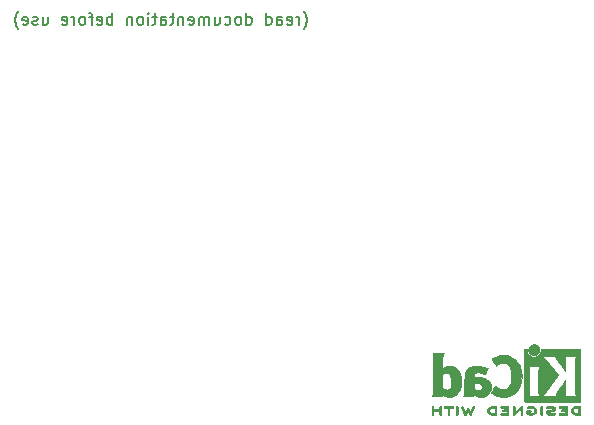
<source format=gbo>
G04 #@! TF.GenerationSoftware,KiCad,Pcbnew,(5.1.8)-1*
G04 #@! TF.CreationDate,2021-03-10T03:23:54+01:00*
G04 #@! TF.ProjectId,C64 XUM1541-II,43363420-5855-44d3-9135-34312d49492e,rev?*
G04 #@! TF.SameCoordinates,Original*
G04 #@! TF.FileFunction,Legend,Bot*
G04 #@! TF.FilePolarity,Positive*
%FSLAX46Y46*%
G04 Gerber Fmt 4.6, Leading zero omitted, Abs format (unit mm)*
G04 Created by KiCad (PCBNEW (5.1.8)-1) date 2021-03-10 03:23:54*
%MOMM*%
%LPD*%
G01*
G04 APERTURE LIST*
%ADD10C,0.150000*%
%ADD11C,0.010000*%
G04 APERTURE END LIST*
D10*
X135896428Y-66873333D02*
X135944047Y-66825714D01*
X136039285Y-66682857D01*
X136086904Y-66587619D01*
X136134523Y-66444761D01*
X136182142Y-66206666D01*
X136182142Y-66016190D01*
X136134523Y-65778095D01*
X136086904Y-65635238D01*
X136039285Y-65540000D01*
X135944047Y-65397142D01*
X135896428Y-65349523D01*
X135515476Y-66492380D02*
X135515476Y-65825714D01*
X135515476Y-66016190D02*
X135467857Y-65920952D01*
X135420238Y-65873333D01*
X135325000Y-65825714D01*
X135229761Y-65825714D01*
X134515476Y-66444761D02*
X134610714Y-66492380D01*
X134801190Y-66492380D01*
X134896428Y-66444761D01*
X134944047Y-66349523D01*
X134944047Y-65968571D01*
X134896428Y-65873333D01*
X134801190Y-65825714D01*
X134610714Y-65825714D01*
X134515476Y-65873333D01*
X134467857Y-65968571D01*
X134467857Y-66063809D01*
X134944047Y-66159047D01*
X133610714Y-66492380D02*
X133610714Y-65968571D01*
X133658333Y-65873333D01*
X133753571Y-65825714D01*
X133944047Y-65825714D01*
X134039285Y-65873333D01*
X133610714Y-66444761D02*
X133705952Y-66492380D01*
X133944047Y-66492380D01*
X134039285Y-66444761D01*
X134086904Y-66349523D01*
X134086904Y-66254285D01*
X134039285Y-66159047D01*
X133944047Y-66111428D01*
X133705952Y-66111428D01*
X133610714Y-66063809D01*
X132705952Y-66492380D02*
X132705952Y-65492380D01*
X132705952Y-66444761D02*
X132801190Y-66492380D01*
X132991666Y-66492380D01*
X133086904Y-66444761D01*
X133134523Y-66397142D01*
X133182142Y-66301904D01*
X133182142Y-66016190D01*
X133134523Y-65920952D01*
X133086904Y-65873333D01*
X132991666Y-65825714D01*
X132801190Y-65825714D01*
X132705952Y-65873333D01*
X131039285Y-66492380D02*
X131039285Y-65492380D01*
X131039285Y-66444761D02*
X131134523Y-66492380D01*
X131325000Y-66492380D01*
X131420238Y-66444761D01*
X131467857Y-66397142D01*
X131515476Y-66301904D01*
X131515476Y-66016190D01*
X131467857Y-65920952D01*
X131420238Y-65873333D01*
X131325000Y-65825714D01*
X131134523Y-65825714D01*
X131039285Y-65873333D01*
X130420238Y-66492380D02*
X130515476Y-66444761D01*
X130563095Y-66397142D01*
X130610714Y-66301904D01*
X130610714Y-66016190D01*
X130563095Y-65920952D01*
X130515476Y-65873333D01*
X130420238Y-65825714D01*
X130277380Y-65825714D01*
X130182142Y-65873333D01*
X130134523Y-65920952D01*
X130086904Y-66016190D01*
X130086904Y-66301904D01*
X130134523Y-66397142D01*
X130182142Y-66444761D01*
X130277380Y-66492380D01*
X130420238Y-66492380D01*
X129229761Y-66444761D02*
X129325000Y-66492380D01*
X129515476Y-66492380D01*
X129610714Y-66444761D01*
X129658333Y-66397142D01*
X129705952Y-66301904D01*
X129705952Y-66016190D01*
X129658333Y-65920952D01*
X129610714Y-65873333D01*
X129515476Y-65825714D01*
X129325000Y-65825714D01*
X129229761Y-65873333D01*
X128372619Y-65825714D02*
X128372619Y-66492380D01*
X128801190Y-65825714D02*
X128801190Y-66349523D01*
X128753571Y-66444761D01*
X128658333Y-66492380D01*
X128515476Y-66492380D01*
X128420238Y-66444761D01*
X128372619Y-66397142D01*
X127896428Y-66492380D02*
X127896428Y-65825714D01*
X127896428Y-65920952D02*
X127848809Y-65873333D01*
X127753571Y-65825714D01*
X127610714Y-65825714D01*
X127515476Y-65873333D01*
X127467857Y-65968571D01*
X127467857Y-66492380D01*
X127467857Y-65968571D02*
X127420238Y-65873333D01*
X127325000Y-65825714D01*
X127182142Y-65825714D01*
X127086904Y-65873333D01*
X127039285Y-65968571D01*
X127039285Y-66492380D01*
X126182142Y-66444761D02*
X126277380Y-66492380D01*
X126467857Y-66492380D01*
X126563095Y-66444761D01*
X126610714Y-66349523D01*
X126610714Y-65968571D01*
X126563095Y-65873333D01*
X126467857Y-65825714D01*
X126277380Y-65825714D01*
X126182142Y-65873333D01*
X126134523Y-65968571D01*
X126134523Y-66063809D01*
X126610714Y-66159047D01*
X125705952Y-65825714D02*
X125705952Y-66492380D01*
X125705952Y-65920952D02*
X125658333Y-65873333D01*
X125563095Y-65825714D01*
X125420238Y-65825714D01*
X125325000Y-65873333D01*
X125277380Y-65968571D01*
X125277380Y-66492380D01*
X124944047Y-65825714D02*
X124563095Y-65825714D01*
X124801190Y-65492380D02*
X124801190Y-66349523D01*
X124753571Y-66444761D01*
X124658333Y-66492380D01*
X124563095Y-66492380D01*
X123801190Y-66492380D02*
X123801190Y-65968571D01*
X123848809Y-65873333D01*
X123944047Y-65825714D01*
X124134523Y-65825714D01*
X124229761Y-65873333D01*
X123801190Y-66444761D02*
X123896428Y-66492380D01*
X124134523Y-66492380D01*
X124229761Y-66444761D01*
X124277380Y-66349523D01*
X124277380Y-66254285D01*
X124229761Y-66159047D01*
X124134523Y-66111428D01*
X123896428Y-66111428D01*
X123801190Y-66063809D01*
X123467857Y-65825714D02*
X123086904Y-65825714D01*
X123325000Y-65492380D02*
X123325000Y-66349523D01*
X123277380Y-66444761D01*
X123182142Y-66492380D01*
X123086904Y-66492380D01*
X122753571Y-66492380D02*
X122753571Y-65825714D01*
X122753571Y-65492380D02*
X122801190Y-65540000D01*
X122753571Y-65587619D01*
X122705952Y-65540000D01*
X122753571Y-65492380D01*
X122753571Y-65587619D01*
X122134523Y-66492380D02*
X122229761Y-66444761D01*
X122277380Y-66397142D01*
X122325000Y-66301904D01*
X122325000Y-66016190D01*
X122277380Y-65920952D01*
X122229761Y-65873333D01*
X122134523Y-65825714D01*
X121991666Y-65825714D01*
X121896428Y-65873333D01*
X121848809Y-65920952D01*
X121801190Y-66016190D01*
X121801190Y-66301904D01*
X121848809Y-66397142D01*
X121896428Y-66444761D01*
X121991666Y-66492380D01*
X122134523Y-66492380D01*
X121372619Y-65825714D02*
X121372619Y-66492380D01*
X121372619Y-65920952D02*
X121325000Y-65873333D01*
X121229761Y-65825714D01*
X121086904Y-65825714D01*
X120991666Y-65873333D01*
X120944047Y-65968571D01*
X120944047Y-66492380D01*
X119705952Y-66492380D02*
X119705952Y-65492380D01*
X119705952Y-65873333D02*
X119610714Y-65825714D01*
X119420238Y-65825714D01*
X119325000Y-65873333D01*
X119277380Y-65920952D01*
X119229761Y-66016190D01*
X119229761Y-66301904D01*
X119277380Y-66397142D01*
X119325000Y-66444761D01*
X119420238Y-66492380D01*
X119610714Y-66492380D01*
X119705952Y-66444761D01*
X118420238Y-66444761D02*
X118515476Y-66492380D01*
X118705952Y-66492380D01*
X118801190Y-66444761D01*
X118848809Y-66349523D01*
X118848809Y-65968571D01*
X118801190Y-65873333D01*
X118705952Y-65825714D01*
X118515476Y-65825714D01*
X118420238Y-65873333D01*
X118372619Y-65968571D01*
X118372619Y-66063809D01*
X118848809Y-66159047D01*
X118086904Y-65825714D02*
X117705952Y-65825714D01*
X117944047Y-66492380D02*
X117944047Y-65635238D01*
X117896428Y-65540000D01*
X117801190Y-65492380D01*
X117705952Y-65492380D01*
X117229761Y-66492380D02*
X117325000Y-66444761D01*
X117372619Y-66397142D01*
X117420238Y-66301904D01*
X117420238Y-66016190D01*
X117372619Y-65920952D01*
X117325000Y-65873333D01*
X117229761Y-65825714D01*
X117086904Y-65825714D01*
X116991666Y-65873333D01*
X116944047Y-65920952D01*
X116896428Y-66016190D01*
X116896428Y-66301904D01*
X116944047Y-66397142D01*
X116991666Y-66444761D01*
X117086904Y-66492380D01*
X117229761Y-66492380D01*
X116467857Y-66492380D02*
X116467857Y-65825714D01*
X116467857Y-66016190D02*
X116420238Y-65920952D01*
X116372619Y-65873333D01*
X116277380Y-65825714D01*
X116182142Y-65825714D01*
X115467857Y-66444761D02*
X115563095Y-66492380D01*
X115753571Y-66492380D01*
X115848809Y-66444761D01*
X115896428Y-66349523D01*
X115896428Y-65968571D01*
X115848809Y-65873333D01*
X115753571Y-65825714D01*
X115563095Y-65825714D01*
X115467857Y-65873333D01*
X115420238Y-65968571D01*
X115420238Y-66063809D01*
X115896428Y-66159047D01*
X113801190Y-65825714D02*
X113801190Y-66492380D01*
X114229761Y-65825714D02*
X114229761Y-66349523D01*
X114182142Y-66444761D01*
X114086904Y-66492380D01*
X113944047Y-66492380D01*
X113848809Y-66444761D01*
X113801190Y-66397142D01*
X113372619Y-66444761D02*
X113277380Y-66492380D01*
X113086904Y-66492380D01*
X112991666Y-66444761D01*
X112944047Y-66349523D01*
X112944047Y-66301904D01*
X112991666Y-66206666D01*
X113086904Y-66159047D01*
X113229761Y-66159047D01*
X113325000Y-66111428D01*
X113372619Y-66016190D01*
X113372619Y-65968571D01*
X113325000Y-65873333D01*
X113229761Y-65825714D01*
X113086904Y-65825714D01*
X112991666Y-65873333D01*
X112134523Y-66444761D02*
X112229761Y-66492380D01*
X112420238Y-66492380D01*
X112515476Y-66444761D01*
X112563095Y-66349523D01*
X112563095Y-65968571D01*
X112515476Y-65873333D01*
X112420238Y-65825714D01*
X112229761Y-65825714D01*
X112134523Y-65873333D01*
X112086904Y-65968571D01*
X112086904Y-66063809D01*
X112563095Y-66159047D01*
X111753571Y-66873333D02*
X111705952Y-66825714D01*
X111610714Y-66682857D01*
X111563095Y-66587619D01*
X111515476Y-66444761D01*
X111467857Y-66206666D01*
X111467857Y-66016190D01*
X111515476Y-65778095D01*
X111563095Y-65635238D01*
X111610714Y-65540000D01*
X111705952Y-65397142D01*
X111753571Y-65349523D01*
D11*
G36*
X159156371Y-98789066D02*
G01*
X159116889Y-98789467D01*
X159001200Y-98792259D01*
X158904311Y-98800550D01*
X158822919Y-98815232D01*
X158753723Y-98837193D01*
X158693420Y-98867322D01*
X158638708Y-98906510D01*
X158619167Y-98923532D01*
X158586750Y-98963363D01*
X158557520Y-99017413D01*
X158534991Y-99077323D01*
X158522679Y-99134739D01*
X158521400Y-99155956D01*
X158529417Y-99214769D01*
X158550899Y-99279013D01*
X158581999Y-99339821D01*
X158618866Y-99388330D01*
X158624854Y-99394182D01*
X158675579Y-99435321D01*
X158731125Y-99467435D01*
X158794696Y-99491365D01*
X158869494Y-99507953D01*
X158958722Y-99518041D01*
X159065582Y-99522469D01*
X159114528Y-99522845D01*
X159176762Y-99522545D01*
X159220528Y-99521292D01*
X159249931Y-99518554D01*
X159269079Y-99513801D01*
X159282077Y-99506501D01*
X159289045Y-99500267D01*
X159295626Y-99492694D01*
X159300788Y-99482924D01*
X159304703Y-99468340D01*
X159307543Y-99446326D01*
X159309480Y-99414264D01*
X159310684Y-99369536D01*
X159311328Y-99309526D01*
X159311583Y-99231617D01*
X159311622Y-99155956D01*
X159311870Y-99055041D01*
X159311817Y-98974427D01*
X159310857Y-98935822D01*
X159164867Y-98935822D01*
X159164867Y-99376089D01*
X159071734Y-99376004D01*
X159015693Y-99374396D01*
X158956999Y-99370256D01*
X158908028Y-99364464D01*
X158906538Y-99364226D01*
X158827392Y-99345090D01*
X158766002Y-99315287D01*
X158719305Y-99272878D01*
X158689635Y-99226961D01*
X158671353Y-99176026D01*
X158672771Y-99128200D01*
X158693988Y-99076933D01*
X158735489Y-99023899D01*
X158792998Y-98984600D01*
X158867750Y-98958331D01*
X158917708Y-98949035D01*
X158974416Y-98942507D01*
X159034519Y-98937782D01*
X159085639Y-98935817D01*
X159088667Y-98935808D01*
X159164867Y-98935822D01*
X159310857Y-98935822D01*
X159310260Y-98911851D01*
X159305998Y-98865055D01*
X159297830Y-98831778D01*
X159284556Y-98809759D01*
X159264974Y-98796739D01*
X159237883Y-98790457D01*
X159202082Y-98788653D01*
X159156371Y-98789066D01*
G37*
X159156371Y-98789066D02*
X159116889Y-98789467D01*
X159001200Y-98792259D01*
X158904311Y-98800550D01*
X158822919Y-98815232D01*
X158753723Y-98837193D01*
X158693420Y-98867322D01*
X158638708Y-98906510D01*
X158619167Y-98923532D01*
X158586750Y-98963363D01*
X158557520Y-99017413D01*
X158534991Y-99077323D01*
X158522679Y-99134739D01*
X158521400Y-99155956D01*
X158529417Y-99214769D01*
X158550899Y-99279013D01*
X158581999Y-99339821D01*
X158618866Y-99388330D01*
X158624854Y-99394182D01*
X158675579Y-99435321D01*
X158731125Y-99467435D01*
X158794696Y-99491365D01*
X158869494Y-99507953D01*
X158958722Y-99518041D01*
X159065582Y-99522469D01*
X159114528Y-99522845D01*
X159176762Y-99522545D01*
X159220528Y-99521292D01*
X159249931Y-99518554D01*
X159269079Y-99513801D01*
X159282077Y-99506501D01*
X159289045Y-99500267D01*
X159295626Y-99492694D01*
X159300788Y-99482924D01*
X159304703Y-99468340D01*
X159307543Y-99446326D01*
X159309480Y-99414264D01*
X159310684Y-99369536D01*
X159311328Y-99309526D01*
X159311583Y-99231617D01*
X159311622Y-99155956D01*
X159311870Y-99055041D01*
X159311817Y-98974427D01*
X159310857Y-98935822D01*
X159164867Y-98935822D01*
X159164867Y-99376089D01*
X159071734Y-99376004D01*
X159015693Y-99374396D01*
X158956999Y-99370256D01*
X158908028Y-99364464D01*
X158906538Y-99364226D01*
X158827392Y-99345090D01*
X158766002Y-99315287D01*
X158719305Y-99272878D01*
X158689635Y-99226961D01*
X158671353Y-99176026D01*
X158672771Y-99128200D01*
X158693988Y-99076933D01*
X158735489Y-99023899D01*
X158792998Y-98984600D01*
X158867750Y-98958331D01*
X158917708Y-98949035D01*
X158974416Y-98942507D01*
X159034519Y-98937782D01*
X159085639Y-98935817D01*
X159088667Y-98935808D01*
X159164867Y-98935822D01*
X159310857Y-98935822D01*
X159310260Y-98911851D01*
X159305998Y-98865055D01*
X159297830Y-98831778D01*
X159284556Y-98809759D01*
X159264974Y-98796739D01*
X159237883Y-98790457D01*
X159202082Y-98788653D01*
X159156371Y-98789066D01*
G36*
X157747794Y-98789146D02*
G01*
X157678386Y-98789518D01*
X157625997Y-98790385D01*
X157587847Y-98791946D01*
X157561159Y-98794403D01*
X157543153Y-98797957D01*
X157531049Y-98802810D01*
X157522069Y-98809161D01*
X157518818Y-98812084D01*
X157499043Y-98843142D01*
X157495482Y-98878828D01*
X157508491Y-98910510D01*
X157514506Y-98916913D01*
X157524235Y-98923121D01*
X157539901Y-98927910D01*
X157564408Y-98931514D01*
X157600661Y-98934164D01*
X157651565Y-98936095D01*
X157720026Y-98937539D01*
X157782617Y-98938418D01*
X158030334Y-98941467D01*
X158033719Y-99006378D01*
X158037105Y-99071289D01*
X157868958Y-99071289D01*
X157795959Y-99071919D01*
X157742517Y-99074553D01*
X157705628Y-99080309D01*
X157682288Y-99090304D01*
X157669494Y-99105656D01*
X157664242Y-99127482D01*
X157663445Y-99147738D01*
X157665923Y-99172592D01*
X157675277Y-99190906D01*
X157694383Y-99203637D01*
X157726118Y-99211741D01*
X157773359Y-99216176D01*
X157838983Y-99217899D01*
X157874801Y-99218045D01*
X158035978Y-99218045D01*
X158035978Y-99376089D01*
X157787622Y-99376089D01*
X157706213Y-99376202D01*
X157644342Y-99376712D01*
X157598968Y-99377870D01*
X157567054Y-99379930D01*
X157545559Y-99383146D01*
X157531443Y-99387772D01*
X157521668Y-99394059D01*
X157516689Y-99398667D01*
X157499610Y-99425560D01*
X157494111Y-99449467D01*
X157501963Y-99478667D01*
X157516689Y-99500267D01*
X157524546Y-99507066D01*
X157534688Y-99512346D01*
X157549844Y-99516298D01*
X157572741Y-99519113D01*
X157606109Y-99520982D01*
X157652675Y-99522098D01*
X157715167Y-99522651D01*
X157796314Y-99522833D01*
X157838422Y-99522845D01*
X157928598Y-99522765D01*
X157998924Y-99522398D01*
X158052129Y-99521552D01*
X158090940Y-99520036D01*
X158118087Y-99517659D01*
X158136298Y-99514229D01*
X158148300Y-99509554D01*
X158156822Y-99503444D01*
X158160156Y-99500267D01*
X158166755Y-99492670D01*
X158171927Y-99482870D01*
X158175846Y-99468239D01*
X158178684Y-99446152D01*
X158180615Y-99413982D01*
X158181812Y-99369103D01*
X158182448Y-99308889D01*
X158182697Y-99230713D01*
X158182734Y-99157923D01*
X158182700Y-99064707D01*
X158182465Y-98991431D01*
X158181830Y-98935458D01*
X158180594Y-98894151D01*
X158178556Y-98864872D01*
X158175517Y-98844984D01*
X158171277Y-98831850D01*
X158165635Y-98822832D01*
X158158391Y-98815293D01*
X158156606Y-98813612D01*
X158147945Y-98806172D01*
X158137882Y-98800409D01*
X158123625Y-98796112D01*
X158102383Y-98793064D01*
X158071364Y-98791051D01*
X158027777Y-98789860D01*
X157968831Y-98789275D01*
X157891734Y-98789083D01*
X157837001Y-98789067D01*
X157747794Y-98789146D01*
G37*
X157747794Y-98789146D02*
X157678386Y-98789518D01*
X157625997Y-98790385D01*
X157587847Y-98791946D01*
X157561159Y-98794403D01*
X157543153Y-98797957D01*
X157531049Y-98802810D01*
X157522069Y-98809161D01*
X157518818Y-98812084D01*
X157499043Y-98843142D01*
X157495482Y-98878828D01*
X157508491Y-98910510D01*
X157514506Y-98916913D01*
X157524235Y-98923121D01*
X157539901Y-98927910D01*
X157564408Y-98931514D01*
X157600661Y-98934164D01*
X157651565Y-98936095D01*
X157720026Y-98937539D01*
X157782617Y-98938418D01*
X158030334Y-98941467D01*
X158033719Y-99006378D01*
X158037105Y-99071289D01*
X157868958Y-99071289D01*
X157795959Y-99071919D01*
X157742517Y-99074553D01*
X157705628Y-99080309D01*
X157682288Y-99090304D01*
X157669494Y-99105656D01*
X157664242Y-99127482D01*
X157663445Y-99147738D01*
X157665923Y-99172592D01*
X157675277Y-99190906D01*
X157694383Y-99203637D01*
X157726118Y-99211741D01*
X157773359Y-99216176D01*
X157838983Y-99217899D01*
X157874801Y-99218045D01*
X158035978Y-99218045D01*
X158035978Y-99376089D01*
X157787622Y-99376089D01*
X157706213Y-99376202D01*
X157644342Y-99376712D01*
X157598968Y-99377870D01*
X157567054Y-99379930D01*
X157545559Y-99383146D01*
X157531443Y-99387772D01*
X157521668Y-99394059D01*
X157516689Y-99398667D01*
X157499610Y-99425560D01*
X157494111Y-99449467D01*
X157501963Y-99478667D01*
X157516689Y-99500267D01*
X157524546Y-99507066D01*
X157534688Y-99512346D01*
X157549844Y-99516298D01*
X157572741Y-99519113D01*
X157606109Y-99520982D01*
X157652675Y-99522098D01*
X157715167Y-99522651D01*
X157796314Y-99522833D01*
X157838422Y-99522845D01*
X157928598Y-99522765D01*
X157998924Y-99522398D01*
X158052129Y-99521552D01*
X158090940Y-99520036D01*
X158118087Y-99517659D01*
X158136298Y-99514229D01*
X158148300Y-99509554D01*
X158156822Y-99503444D01*
X158160156Y-99500267D01*
X158166755Y-99492670D01*
X158171927Y-99482870D01*
X158175846Y-99468239D01*
X158178684Y-99446152D01*
X158180615Y-99413982D01*
X158181812Y-99369103D01*
X158182448Y-99308889D01*
X158182697Y-99230713D01*
X158182734Y-99157923D01*
X158182700Y-99064707D01*
X158182465Y-98991431D01*
X158181830Y-98935458D01*
X158180594Y-98894151D01*
X158178556Y-98864872D01*
X158175517Y-98844984D01*
X158171277Y-98831850D01*
X158165635Y-98822832D01*
X158158391Y-98815293D01*
X158156606Y-98813612D01*
X158147945Y-98806172D01*
X158137882Y-98800409D01*
X158123625Y-98796112D01*
X158102383Y-98793064D01*
X158071364Y-98791051D01*
X158027777Y-98789860D01*
X157968831Y-98789275D01*
X157891734Y-98789083D01*
X157837001Y-98789067D01*
X157747794Y-98789146D01*
G36*
X156726703Y-98790351D02*
G01*
X156651888Y-98795581D01*
X156582306Y-98803750D01*
X156522002Y-98814550D01*
X156475020Y-98827673D01*
X156445406Y-98842813D01*
X156440860Y-98847269D01*
X156425054Y-98881850D01*
X156429847Y-98917351D01*
X156454364Y-98947725D01*
X156455534Y-98948596D01*
X156469954Y-98957954D01*
X156485008Y-98962876D01*
X156506005Y-98963473D01*
X156538257Y-98959861D01*
X156587073Y-98952154D01*
X156591000Y-98951505D01*
X156663739Y-98942569D01*
X156742217Y-98938161D01*
X156820927Y-98938119D01*
X156894361Y-98942279D01*
X156957011Y-98950479D01*
X157003370Y-98962557D01*
X157006416Y-98963771D01*
X157040048Y-98982615D01*
X157051864Y-99001685D01*
X157042614Y-99020439D01*
X157013047Y-99038337D01*
X156963911Y-99054837D01*
X156895957Y-99069396D01*
X156850645Y-99076406D01*
X156756456Y-99089889D01*
X156681544Y-99102214D01*
X156622717Y-99114449D01*
X156576785Y-99127661D01*
X156540555Y-99142917D01*
X156510838Y-99161285D01*
X156484442Y-99183831D01*
X156463230Y-99205971D01*
X156438065Y-99236819D01*
X156425681Y-99263345D01*
X156421808Y-99296026D01*
X156421667Y-99307995D01*
X156424576Y-99347712D01*
X156436202Y-99377259D01*
X156456323Y-99403486D01*
X156497216Y-99443576D01*
X156542817Y-99474149D01*
X156596513Y-99496203D01*
X156661692Y-99510735D01*
X156741744Y-99518741D01*
X156840057Y-99521218D01*
X156856289Y-99521177D01*
X156921849Y-99519818D01*
X156986866Y-99516730D01*
X157044252Y-99512356D01*
X157086922Y-99507140D01*
X157090372Y-99506541D01*
X157132796Y-99496491D01*
X157168780Y-99483796D01*
X157189150Y-99472190D01*
X157208107Y-99441572D01*
X157209427Y-99405918D01*
X157193085Y-99374144D01*
X157189429Y-99370551D01*
X157174315Y-99359876D01*
X157155415Y-99355276D01*
X157126162Y-99356059D01*
X157090651Y-99360127D01*
X157050970Y-99363762D01*
X156995345Y-99366828D01*
X156930406Y-99369053D01*
X156862785Y-99370164D01*
X156845000Y-99370237D01*
X156777128Y-99369964D01*
X156727454Y-99368646D01*
X156691610Y-99365827D01*
X156665224Y-99361050D01*
X156643926Y-99353857D01*
X156631126Y-99347867D01*
X156603000Y-99331233D01*
X156585068Y-99316168D01*
X156582447Y-99311897D01*
X156587976Y-99294263D01*
X156614260Y-99277192D01*
X156659478Y-99261458D01*
X156721808Y-99247838D01*
X156740171Y-99244804D01*
X156836090Y-99229738D01*
X156912641Y-99217146D01*
X156972780Y-99206111D01*
X157019460Y-99195720D01*
X157055637Y-99185056D01*
X157084265Y-99173205D01*
X157108298Y-99159251D01*
X157130692Y-99142281D01*
X157154402Y-99121378D01*
X157162380Y-99114049D01*
X157190353Y-99086699D01*
X157205160Y-99065029D01*
X157210952Y-99040232D01*
X157211889Y-99008983D01*
X157201575Y-98947705D01*
X157170752Y-98895640D01*
X157119595Y-98852958D01*
X157048283Y-98819825D01*
X156997400Y-98804964D01*
X156942100Y-98795366D01*
X156875853Y-98789936D01*
X156802706Y-98788367D01*
X156726703Y-98790351D01*
G37*
X156726703Y-98790351D02*
X156651888Y-98795581D01*
X156582306Y-98803750D01*
X156522002Y-98814550D01*
X156475020Y-98827673D01*
X156445406Y-98842813D01*
X156440860Y-98847269D01*
X156425054Y-98881850D01*
X156429847Y-98917351D01*
X156454364Y-98947725D01*
X156455534Y-98948596D01*
X156469954Y-98957954D01*
X156485008Y-98962876D01*
X156506005Y-98963473D01*
X156538257Y-98959861D01*
X156587073Y-98952154D01*
X156591000Y-98951505D01*
X156663739Y-98942569D01*
X156742217Y-98938161D01*
X156820927Y-98938119D01*
X156894361Y-98942279D01*
X156957011Y-98950479D01*
X157003370Y-98962557D01*
X157006416Y-98963771D01*
X157040048Y-98982615D01*
X157051864Y-99001685D01*
X157042614Y-99020439D01*
X157013047Y-99038337D01*
X156963911Y-99054837D01*
X156895957Y-99069396D01*
X156850645Y-99076406D01*
X156756456Y-99089889D01*
X156681544Y-99102214D01*
X156622717Y-99114449D01*
X156576785Y-99127661D01*
X156540555Y-99142917D01*
X156510838Y-99161285D01*
X156484442Y-99183831D01*
X156463230Y-99205971D01*
X156438065Y-99236819D01*
X156425681Y-99263345D01*
X156421808Y-99296026D01*
X156421667Y-99307995D01*
X156424576Y-99347712D01*
X156436202Y-99377259D01*
X156456323Y-99403486D01*
X156497216Y-99443576D01*
X156542817Y-99474149D01*
X156596513Y-99496203D01*
X156661692Y-99510735D01*
X156741744Y-99518741D01*
X156840057Y-99521218D01*
X156856289Y-99521177D01*
X156921849Y-99519818D01*
X156986866Y-99516730D01*
X157044252Y-99512356D01*
X157086922Y-99507140D01*
X157090372Y-99506541D01*
X157132796Y-99496491D01*
X157168780Y-99483796D01*
X157189150Y-99472190D01*
X157208107Y-99441572D01*
X157209427Y-99405918D01*
X157193085Y-99374144D01*
X157189429Y-99370551D01*
X157174315Y-99359876D01*
X157155415Y-99355276D01*
X157126162Y-99356059D01*
X157090651Y-99360127D01*
X157050970Y-99363762D01*
X156995345Y-99366828D01*
X156930406Y-99369053D01*
X156862785Y-99370164D01*
X156845000Y-99370237D01*
X156777128Y-99369964D01*
X156727454Y-99368646D01*
X156691610Y-99365827D01*
X156665224Y-99361050D01*
X156643926Y-99353857D01*
X156631126Y-99347867D01*
X156603000Y-99331233D01*
X156585068Y-99316168D01*
X156582447Y-99311897D01*
X156587976Y-99294263D01*
X156614260Y-99277192D01*
X156659478Y-99261458D01*
X156721808Y-99247838D01*
X156740171Y-99244804D01*
X156836090Y-99229738D01*
X156912641Y-99217146D01*
X156972780Y-99206111D01*
X157019460Y-99195720D01*
X157055637Y-99185056D01*
X157084265Y-99173205D01*
X157108298Y-99159251D01*
X157130692Y-99142281D01*
X157154402Y-99121378D01*
X157162380Y-99114049D01*
X157190353Y-99086699D01*
X157205160Y-99065029D01*
X157210952Y-99040232D01*
X157211889Y-99008983D01*
X157201575Y-98947705D01*
X157170752Y-98895640D01*
X157119595Y-98852958D01*
X157048283Y-98819825D01*
X156997400Y-98804964D01*
X156942100Y-98795366D01*
X156875853Y-98789936D01*
X156802706Y-98788367D01*
X156726703Y-98790351D01*
G36*
X155958822Y-98811645D02*
G01*
X155952242Y-98819218D01*
X155947079Y-98828987D01*
X155943164Y-98843571D01*
X155940324Y-98865585D01*
X155938387Y-98897648D01*
X155937183Y-98942375D01*
X155936539Y-99002385D01*
X155936284Y-99080294D01*
X155936245Y-99155956D01*
X155936314Y-99249802D01*
X155936638Y-99323689D01*
X155937386Y-99380232D01*
X155938732Y-99422049D01*
X155940846Y-99451757D01*
X155943900Y-99471973D01*
X155948066Y-99485314D01*
X155953516Y-99494398D01*
X155958822Y-99500267D01*
X155991826Y-99519947D01*
X156026991Y-99518181D01*
X156058455Y-99496717D01*
X156065684Y-99488337D01*
X156071334Y-99478614D01*
X156075599Y-99464861D01*
X156078673Y-99444389D01*
X156080752Y-99414512D01*
X156082030Y-99372541D01*
X156082701Y-99315789D01*
X156082959Y-99241567D01*
X156083000Y-99157537D01*
X156083000Y-98844485D01*
X156055291Y-98816776D01*
X156021137Y-98793463D01*
X155988006Y-98792623D01*
X155958822Y-98811645D01*
G37*
X155958822Y-98811645D02*
X155952242Y-98819218D01*
X155947079Y-98828987D01*
X155943164Y-98843571D01*
X155940324Y-98865585D01*
X155938387Y-98897648D01*
X155937183Y-98942375D01*
X155936539Y-99002385D01*
X155936284Y-99080294D01*
X155936245Y-99155956D01*
X155936314Y-99249802D01*
X155936638Y-99323689D01*
X155937386Y-99380232D01*
X155938732Y-99422049D01*
X155940846Y-99451757D01*
X155943900Y-99471973D01*
X155948066Y-99485314D01*
X155953516Y-99494398D01*
X155958822Y-99500267D01*
X155991826Y-99519947D01*
X156026991Y-99518181D01*
X156058455Y-99496717D01*
X156065684Y-99488337D01*
X156071334Y-99478614D01*
X156075599Y-99464861D01*
X156078673Y-99444389D01*
X156080752Y-99414512D01*
X156082030Y-99372541D01*
X156082701Y-99315789D01*
X156082959Y-99241567D01*
X156083000Y-99157537D01*
X156083000Y-98844485D01*
X156055291Y-98816776D01*
X156021137Y-98793463D01*
X155988006Y-98792623D01*
X155958822Y-98811645D01*
G36*
X154985081Y-98794599D02*
G01*
X154916565Y-98806095D01*
X154863943Y-98823967D01*
X154829708Y-98847499D01*
X154820379Y-98860924D01*
X154810893Y-98892148D01*
X154817277Y-98920395D01*
X154837430Y-98947182D01*
X154868745Y-98959713D01*
X154914183Y-98958696D01*
X154949326Y-98951906D01*
X155027419Y-98938971D01*
X155107226Y-98937742D01*
X155196555Y-98948241D01*
X155221229Y-98952690D01*
X155304291Y-98976108D01*
X155369273Y-99010945D01*
X155415461Y-99056604D01*
X155442145Y-99112494D01*
X155447663Y-99141388D01*
X155444051Y-99200012D01*
X155420729Y-99251879D01*
X155379824Y-99295978D01*
X155323459Y-99331299D01*
X155253760Y-99356829D01*
X155172852Y-99371559D01*
X155082860Y-99374478D01*
X154985910Y-99364575D01*
X154980436Y-99363641D01*
X154941875Y-99356459D01*
X154920494Y-99349521D01*
X154911227Y-99339227D01*
X154909006Y-99321976D01*
X154908956Y-99312841D01*
X154908956Y-99274489D01*
X154977431Y-99274489D01*
X155037900Y-99270347D01*
X155079165Y-99257147D01*
X155103175Y-99233730D01*
X155111877Y-99198936D01*
X155111983Y-99194394D01*
X155106892Y-99164654D01*
X155089433Y-99143419D01*
X155056939Y-99129366D01*
X155006743Y-99121173D01*
X154958123Y-99118161D01*
X154887456Y-99116433D01*
X154836198Y-99119070D01*
X154801239Y-99128800D01*
X154779470Y-99148353D01*
X154767780Y-99180456D01*
X154763060Y-99227838D01*
X154762200Y-99290071D01*
X154763609Y-99359535D01*
X154767848Y-99406786D01*
X154774936Y-99432012D01*
X154776311Y-99433988D01*
X154815228Y-99465508D01*
X154872286Y-99490470D01*
X154943869Y-99508340D01*
X155026358Y-99518586D01*
X155116139Y-99520673D01*
X155209592Y-99514068D01*
X155264556Y-99505956D01*
X155350766Y-99481554D01*
X155430892Y-99441662D01*
X155497977Y-99389887D01*
X155508173Y-99379539D01*
X155541302Y-99336035D01*
X155571194Y-99282118D01*
X155594357Y-99225592D01*
X155607298Y-99174259D01*
X155608858Y-99154544D01*
X155602218Y-99113419D01*
X155584568Y-99062252D01*
X155559297Y-99008394D01*
X155529789Y-98959195D01*
X155503719Y-98926334D01*
X155442765Y-98877452D01*
X155363969Y-98838545D01*
X155270157Y-98810494D01*
X155164150Y-98794179D01*
X155067000Y-98790192D01*
X154985081Y-98794599D01*
G37*
X154985081Y-98794599D02*
X154916565Y-98806095D01*
X154863943Y-98823967D01*
X154829708Y-98847499D01*
X154820379Y-98860924D01*
X154810893Y-98892148D01*
X154817277Y-98920395D01*
X154837430Y-98947182D01*
X154868745Y-98959713D01*
X154914183Y-98958696D01*
X154949326Y-98951906D01*
X155027419Y-98938971D01*
X155107226Y-98937742D01*
X155196555Y-98948241D01*
X155221229Y-98952690D01*
X155304291Y-98976108D01*
X155369273Y-99010945D01*
X155415461Y-99056604D01*
X155442145Y-99112494D01*
X155447663Y-99141388D01*
X155444051Y-99200012D01*
X155420729Y-99251879D01*
X155379824Y-99295978D01*
X155323459Y-99331299D01*
X155253760Y-99356829D01*
X155172852Y-99371559D01*
X155082860Y-99374478D01*
X154985910Y-99364575D01*
X154980436Y-99363641D01*
X154941875Y-99356459D01*
X154920494Y-99349521D01*
X154911227Y-99339227D01*
X154909006Y-99321976D01*
X154908956Y-99312841D01*
X154908956Y-99274489D01*
X154977431Y-99274489D01*
X155037900Y-99270347D01*
X155079165Y-99257147D01*
X155103175Y-99233730D01*
X155111877Y-99198936D01*
X155111983Y-99194394D01*
X155106892Y-99164654D01*
X155089433Y-99143419D01*
X155056939Y-99129366D01*
X155006743Y-99121173D01*
X154958123Y-99118161D01*
X154887456Y-99116433D01*
X154836198Y-99119070D01*
X154801239Y-99128800D01*
X154779470Y-99148353D01*
X154767780Y-99180456D01*
X154763060Y-99227838D01*
X154762200Y-99290071D01*
X154763609Y-99359535D01*
X154767848Y-99406786D01*
X154774936Y-99432012D01*
X154776311Y-99433988D01*
X154815228Y-99465508D01*
X154872286Y-99490470D01*
X154943869Y-99508340D01*
X155026358Y-99518586D01*
X155116139Y-99520673D01*
X155209592Y-99514068D01*
X155264556Y-99505956D01*
X155350766Y-99481554D01*
X155430892Y-99441662D01*
X155497977Y-99389887D01*
X155508173Y-99379539D01*
X155541302Y-99336035D01*
X155571194Y-99282118D01*
X155594357Y-99225592D01*
X155607298Y-99174259D01*
X155608858Y-99154544D01*
X155602218Y-99113419D01*
X155584568Y-99062252D01*
X155559297Y-99008394D01*
X155529789Y-98959195D01*
X155503719Y-98926334D01*
X155442765Y-98877452D01*
X155363969Y-98838545D01*
X155270157Y-98810494D01*
X155164150Y-98794179D01*
X155067000Y-98790192D01*
X154985081Y-98794599D01*
G36*
X154335114Y-98793448D02*
G01*
X154311548Y-98807273D01*
X154280735Y-98829881D01*
X154241078Y-98862338D01*
X154190980Y-98905708D01*
X154128843Y-98961058D01*
X154053072Y-99029451D01*
X153966334Y-99108084D01*
X153785711Y-99271878D01*
X153780067Y-99052029D01*
X153778029Y-98976351D01*
X153776063Y-98919994D01*
X153773734Y-98879706D01*
X153770606Y-98852235D01*
X153766245Y-98834329D01*
X153760216Y-98822737D01*
X153752084Y-98814208D01*
X153747772Y-98810623D01*
X153713241Y-98791670D01*
X153680383Y-98794441D01*
X153654318Y-98810633D01*
X153627667Y-98832199D01*
X153624352Y-99147151D01*
X153623435Y-99239779D01*
X153622968Y-99312544D01*
X153623113Y-99368161D01*
X153624032Y-99409342D01*
X153625887Y-99438803D01*
X153628839Y-99459255D01*
X153633050Y-99473413D01*
X153638682Y-99483991D01*
X153644927Y-99492474D01*
X153658439Y-99508207D01*
X153671883Y-99518636D01*
X153687124Y-99522639D01*
X153706026Y-99519094D01*
X153730455Y-99506879D01*
X153762273Y-99484871D01*
X153803348Y-99451949D01*
X153855542Y-99406991D01*
X153920722Y-99348875D01*
X153994556Y-99282099D01*
X154259845Y-99041458D01*
X154265489Y-99260589D01*
X154267531Y-99336128D01*
X154269502Y-99392354D01*
X154271839Y-99432524D01*
X154274981Y-99459896D01*
X154279364Y-99477728D01*
X154285424Y-99489279D01*
X154293600Y-99497807D01*
X154297784Y-99501282D01*
X154334765Y-99520372D01*
X154369708Y-99517493D01*
X154400136Y-99493100D01*
X154407097Y-99483286D01*
X154412523Y-99471826D01*
X154416603Y-99455968D01*
X154419529Y-99432963D01*
X154421492Y-99400062D01*
X154422683Y-99354516D01*
X154423292Y-99293573D01*
X154423511Y-99214486D01*
X154423534Y-99155956D01*
X154423460Y-99064407D01*
X154423113Y-98992687D01*
X154422301Y-98938045D01*
X154420833Y-98897732D01*
X154418519Y-98868998D01*
X154415167Y-98849093D01*
X154410588Y-98835268D01*
X154404589Y-98824772D01*
X154400136Y-98818811D01*
X154388850Y-98804691D01*
X154378301Y-98794029D01*
X154366893Y-98787892D01*
X154353030Y-98787343D01*
X154335114Y-98793448D01*
G37*
X154335114Y-98793448D02*
X154311548Y-98807273D01*
X154280735Y-98829881D01*
X154241078Y-98862338D01*
X154190980Y-98905708D01*
X154128843Y-98961058D01*
X154053072Y-99029451D01*
X153966334Y-99108084D01*
X153785711Y-99271878D01*
X153780067Y-99052029D01*
X153778029Y-98976351D01*
X153776063Y-98919994D01*
X153773734Y-98879706D01*
X153770606Y-98852235D01*
X153766245Y-98834329D01*
X153760216Y-98822737D01*
X153752084Y-98814208D01*
X153747772Y-98810623D01*
X153713241Y-98791670D01*
X153680383Y-98794441D01*
X153654318Y-98810633D01*
X153627667Y-98832199D01*
X153624352Y-99147151D01*
X153623435Y-99239779D01*
X153622968Y-99312544D01*
X153623113Y-99368161D01*
X153624032Y-99409342D01*
X153625887Y-99438803D01*
X153628839Y-99459255D01*
X153633050Y-99473413D01*
X153638682Y-99483991D01*
X153644927Y-99492474D01*
X153658439Y-99508207D01*
X153671883Y-99518636D01*
X153687124Y-99522639D01*
X153706026Y-99519094D01*
X153730455Y-99506879D01*
X153762273Y-99484871D01*
X153803348Y-99451949D01*
X153855542Y-99406991D01*
X153920722Y-99348875D01*
X153994556Y-99282099D01*
X154259845Y-99041458D01*
X154265489Y-99260589D01*
X154267531Y-99336128D01*
X154269502Y-99392354D01*
X154271839Y-99432524D01*
X154274981Y-99459896D01*
X154279364Y-99477728D01*
X154285424Y-99489279D01*
X154293600Y-99497807D01*
X154297784Y-99501282D01*
X154334765Y-99520372D01*
X154369708Y-99517493D01*
X154400136Y-99493100D01*
X154407097Y-99483286D01*
X154412523Y-99471826D01*
X154416603Y-99455968D01*
X154419529Y-99432963D01*
X154421492Y-99400062D01*
X154422683Y-99354516D01*
X154423292Y-99293573D01*
X154423511Y-99214486D01*
X154423534Y-99155956D01*
X154423460Y-99064407D01*
X154423113Y-98992687D01*
X154422301Y-98938045D01*
X154420833Y-98897732D01*
X154418519Y-98868998D01*
X154415167Y-98849093D01*
X154410588Y-98835268D01*
X154404589Y-98824772D01*
X154400136Y-98818811D01*
X154388850Y-98804691D01*
X154378301Y-98794029D01*
X154366893Y-98787892D01*
X154353030Y-98787343D01*
X154335114Y-98793448D01*
G36*
X152804657Y-98789260D02*
G01*
X152728299Y-98790174D01*
X152669783Y-98792311D01*
X152626745Y-98796175D01*
X152596817Y-98802267D01*
X152577632Y-98811090D01*
X152566824Y-98823146D01*
X152562027Y-98838939D01*
X152560873Y-98858970D01*
X152560867Y-98861335D01*
X152561869Y-98883992D01*
X152566604Y-98901503D01*
X152577667Y-98914574D01*
X152597652Y-98923913D01*
X152629154Y-98930227D01*
X152674768Y-98934222D01*
X152737087Y-98936606D01*
X152818707Y-98938086D01*
X152843723Y-98938414D01*
X153085800Y-98941467D01*
X153089186Y-99006378D01*
X153092571Y-99071289D01*
X152924424Y-99071289D01*
X152858734Y-99071531D01*
X152811828Y-99072556D01*
X152779917Y-99074811D01*
X152759209Y-99078742D01*
X152745916Y-99084798D01*
X152736245Y-99093424D01*
X152736183Y-99093493D01*
X152718644Y-99127112D01*
X152719278Y-99163448D01*
X152737686Y-99194423D01*
X152741329Y-99197607D01*
X152754259Y-99205812D01*
X152771976Y-99211521D01*
X152798430Y-99215162D01*
X152837568Y-99217167D01*
X152893338Y-99217964D01*
X152929006Y-99218045D01*
X153091445Y-99218045D01*
X153091445Y-99376089D01*
X152844839Y-99376089D01*
X152763420Y-99376231D01*
X152701590Y-99376814D01*
X152656363Y-99378068D01*
X152624752Y-99380227D01*
X152603769Y-99383523D01*
X152590427Y-99388189D01*
X152581739Y-99394457D01*
X152579550Y-99396733D01*
X152563386Y-99428280D01*
X152562203Y-99464168D01*
X152575464Y-99495285D01*
X152585957Y-99505271D01*
X152596871Y-99510769D01*
X152613783Y-99515022D01*
X152639367Y-99518180D01*
X152676299Y-99520392D01*
X152727254Y-99521806D01*
X152794906Y-99522572D01*
X152881931Y-99522838D01*
X152901606Y-99522845D01*
X152990089Y-99522787D01*
X153058773Y-99522467D01*
X153110436Y-99521667D01*
X153147855Y-99520167D01*
X153173810Y-99517749D01*
X153191078Y-99514194D01*
X153202438Y-99509282D01*
X153210668Y-99502795D01*
X153215183Y-99498138D01*
X153221979Y-99489889D01*
X153227288Y-99479669D01*
X153231294Y-99464800D01*
X153234179Y-99442602D01*
X153236126Y-99410393D01*
X153237319Y-99365496D01*
X153237939Y-99305228D01*
X153238171Y-99226911D01*
X153238200Y-99160994D01*
X153238129Y-99068628D01*
X153237792Y-98996117D01*
X153237002Y-98940737D01*
X153235574Y-98899765D01*
X153233321Y-98870478D01*
X153230057Y-98850153D01*
X153225596Y-98836066D01*
X153219752Y-98825495D01*
X153214803Y-98818811D01*
X153191406Y-98789067D01*
X152901226Y-98789067D01*
X152804657Y-98789260D01*
G37*
X152804657Y-98789260D02*
X152728299Y-98790174D01*
X152669783Y-98792311D01*
X152626745Y-98796175D01*
X152596817Y-98802267D01*
X152577632Y-98811090D01*
X152566824Y-98823146D01*
X152562027Y-98838939D01*
X152560873Y-98858970D01*
X152560867Y-98861335D01*
X152561869Y-98883992D01*
X152566604Y-98901503D01*
X152577667Y-98914574D01*
X152597652Y-98923913D01*
X152629154Y-98930227D01*
X152674768Y-98934222D01*
X152737087Y-98936606D01*
X152818707Y-98938086D01*
X152843723Y-98938414D01*
X153085800Y-98941467D01*
X153089186Y-99006378D01*
X153092571Y-99071289D01*
X152924424Y-99071289D01*
X152858734Y-99071531D01*
X152811828Y-99072556D01*
X152779917Y-99074811D01*
X152759209Y-99078742D01*
X152745916Y-99084798D01*
X152736245Y-99093424D01*
X152736183Y-99093493D01*
X152718644Y-99127112D01*
X152719278Y-99163448D01*
X152737686Y-99194423D01*
X152741329Y-99197607D01*
X152754259Y-99205812D01*
X152771976Y-99211521D01*
X152798430Y-99215162D01*
X152837568Y-99217167D01*
X152893338Y-99217964D01*
X152929006Y-99218045D01*
X153091445Y-99218045D01*
X153091445Y-99376089D01*
X152844839Y-99376089D01*
X152763420Y-99376231D01*
X152701590Y-99376814D01*
X152656363Y-99378068D01*
X152624752Y-99380227D01*
X152603769Y-99383523D01*
X152590427Y-99388189D01*
X152581739Y-99394457D01*
X152579550Y-99396733D01*
X152563386Y-99428280D01*
X152562203Y-99464168D01*
X152575464Y-99495285D01*
X152585957Y-99505271D01*
X152596871Y-99510769D01*
X152613783Y-99515022D01*
X152639367Y-99518180D01*
X152676299Y-99520392D01*
X152727254Y-99521806D01*
X152794906Y-99522572D01*
X152881931Y-99522838D01*
X152901606Y-99522845D01*
X152990089Y-99522787D01*
X153058773Y-99522467D01*
X153110436Y-99521667D01*
X153147855Y-99520167D01*
X153173810Y-99517749D01*
X153191078Y-99514194D01*
X153202438Y-99509282D01*
X153210668Y-99502795D01*
X153215183Y-99498138D01*
X153221979Y-99489889D01*
X153227288Y-99479669D01*
X153231294Y-99464800D01*
X153234179Y-99442602D01*
X153236126Y-99410393D01*
X153237319Y-99365496D01*
X153237939Y-99305228D01*
X153238171Y-99226911D01*
X153238200Y-99160994D01*
X153238129Y-99068628D01*
X153237792Y-98996117D01*
X153237002Y-98940737D01*
X153235574Y-98899765D01*
X153233321Y-98870478D01*
X153230057Y-98850153D01*
X153225596Y-98836066D01*
X153219752Y-98825495D01*
X153214803Y-98818811D01*
X153191406Y-98789067D01*
X152901226Y-98789067D01*
X152804657Y-98789260D01*
G36*
X152016691Y-98789275D02*
G01*
X151887712Y-98793636D01*
X151778009Y-98806861D01*
X151685774Y-98829741D01*
X151609198Y-98863070D01*
X151546473Y-98907638D01*
X151495788Y-98964236D01*
X151455337Y-99033658D01*
X151454541Y-99035351D01*
X151430399Y-99097483D01*
X151421797Y-99152509D01*
X151428769Y-99207887D01*
X151451346Y-99271073D01*
X151455628Y-99280689D01*
X151484828Y-99336966D01*
X151517644Y-99380451D01*
X151559998Y-99417417D01*
X151617810Y-99454135D01*
X151621169Y-99456052D01*
X151671496Y-99480227D01*
X151728379Y-99498282D01*
X151795473Y-99510839D01*
X151876435Y-99518522D01*
X151974918Y-99521953D01*
X152009714Y-99522251D01*
X152175406Y-99522845D01*
X152198803Y-99493100D01*
X152205743Y-99483319D01*
X152211158Y-99471897D01*
X152215235Y-99456095D01*
X152218163Y-99433175D01*
X152220133Y-99400396D01*
X152220775Y-99376089D01*
X152064156Y-99376089D01*
X151970274Y-99376089D01*
X151915336Y-99374483D01*
X151858940Y-99370255D01*
X151812655Y-99364292D01*
X151809861Y-99363790D01*
X151727652Y-99341736D01*
X151663886Y-99308600D01*
X151616548Y-99262847D01*
X151583618Y-99202939D01*
X151577892Y-99187061D01*
X151572279Y-99162333D01*
X151574709Y-99137902D01*
X151586533Y-99105400D01*
X151593660Y-99089434D01*
X151617000Y-99047006D01*
X151645120Y-99017240D01*
X151676060Y-98996511D01*
X151738034Y-98969537D01*
X151817349Y-98949998D01*
X151909747Y-98938746D01*
X151976667Y-98936270D01*
X152064156Y-98935822D01*
X152064156Y-99376089D01*
X152220775Y-99376089D01*
X152221332Y-99355021D01*
X152221950Y-99294311D01*
X152222175Y-99215526D01*
X152222200Y-99153920D01*
X152222200Y-98844485D01*
X152194491Y-98816776D01*
X152182194Y-98805544D01*
X152168897Y-98797853D01*
X152150328Y-98793040D01*
X152122214Y-98790446D01*
X152080283Y-98789410D01*
X152020263Y-98789270D01*
X152016691Y-98789275D01*
G37*
X152016691Y-98789275D02*
X151887712Y-98793636D01*
X151778009Y-98806861D01*
X151685774Y-98829741D01*
X151609198Y-98863070D01*
X151546473Y-98907638D01*
X151495788Y-98964236D01*
X151455337Y-99033658D01*
X151454541Y-99035351D01*
X151430399Y-99097483D01*
X151421797Y-99152509D01*
X151428769Y-99207887D01*
X151451346Y-99271073D01*
X151455628Y-99280689D01*
X151484828Y-99336966D01*
X151517644Y-99380451D01*
X151559998Y-99417417D01*
X151617810Y-99454135D01*
X151621169Y-99456052D01*
X151671496Y-99480227D01*
X151728379Y-99498282D01*
X151795473Y-99510839D01*
X151876435Y-99518522D01*
X151974918Y-99521953D01*
X152009714Y-99522251D01*
X152175406Y-99522845D01*
X152198803Y-99493100D01*
X152205743Y-99483319D01*
X152211158Y-99471897D01*
X152215235Y-99456095D01*
X152218163Y-99433175D01*
X152220133Y-99400396D01*
X152220775Y-99376089D01*
X152064156Y-99376089D01*
X151970274Y-99376089D01*
X151915336Y-99374483D01*
X151858940Y-99370255D01*
X151812655Y-99364292D01*
X151809861Y-99363790D01*
X151727652Y-99341736D01*
X151663886Y-99308600D01*
X151616548Y-99262847D01*
X151583618Y-99202939D01*
X151577892Y-99187061D01*
X151572279Y-99162333D01*
X151574709Y-99137902D01*
X151586533Y-99105400D01*
X151593660Y-99089434D01*
X151617000Y-99047006D01*
X151645120Y-99017240D01*
X151676060Y-98996511D01*
X151738034Y-98969537D01*
X151817349Y-98949998D01*
X151909747Y-98938746D01*
X151976667Y-98936270D01*
X152064156Y-98935822D01*
X152064156Y-99376089D01*
X152220775Y-99376089D01*
X152221332Y-99355021D01*
X152221950Y-99294311D01*
X152222175Y-99215526D01*
X152222200Y-99153920D01*
X152222200Y-98844485D01*
X152194491Y-98816776D01*
X152182194Y-98805544D01*
X152168897Y-98797853D01*
X152150328Y-98793040D01*
X152122214Y-98790446D01*
X152080283Y-98789410D01*
X152020263Y-98789270D01*
X152016691Y-98789275D01*
G36*
X149290335Y-98791034D02*
G01*
X149270745Y-98798035D01*
X149269990Y-98798377D01*
X149243387Y-98818678D01*
X149228730Y-98839561D01*
X149225862Y-98849352D01*
X149226004Y-98862361D01*
X149230039Y-98880895D01*
X149238854Y-98907257D01*
X149253331Y-98943752D01*
X149274355Y-98992687D01*
X149302812Y-99056365D01*
X149339585Y-99137093D01*
X149359825Y-99181216D01*
X149396375Y-99259985D01*
X149430685Y-99332423D01*
X149461448Y-99395880D01*
X149487352Y-99447708D01*
X149507090Y-99485259D01*
X149519350Y-99505884D01*
X149521776Y-99508733D01*
X149552817Y-99521302D01*
X149587879Y-99519619D01*
X149616000Y-99504332D01*
X149617146Y-99503089D01*
X149628332Y-99486154D01*
X149647096Y-99453170D01*
X149671125Y-99408380D01*
X149698103Y-99356032D01*
X149707799Y-99336742D01*
X149780986Y-99190150D01*
X149860760Y-99349393D01*
X149889233Y-99404415D01*
X149915650Y-99452132D01*
X149937852Y-99488893D01*
X149953681Y-99511044D01*
X149959046Y-99515741D01*
X150000743Y-99522102D01*
X150035151Y-99508733D01*
X150045272Y-99494446D01*
X150062786Y-99462692D01*
X150086265Y-99416597D01*
X150114280Y-99359285D01*
X150145401Y-99293880D01*
X150178201Y-99223507D01*
X150211250Y-99151291D01*
X150243119Y-99080355D01*
X150272381Y-99013825D01*
X150297605Y-98954826D01*
X150317364Y-98906481D01*
X150330228Y-98871915D01*
X150334769Y-98854253D01*
X150334723Y-98853613D01*
X150323674Y-98831388D01*
X150301590Y-98808753D01*
X150300290Y-98807768D01*
X150273147Y-98792425D01*
X150248042Y-98792574D01*
X150238632Y-98795466D01*
X150227166Y-98801718D01*
X150214990Y-98814014D01*
X150200643Y-98834908D01*
X150182664Y-98866949D01*
X150159593Y-98912688D01*
X150129970Y-98974677D01*
X150103255Y-99031898D01*
X150072520Y-99098226D01*
X150044979Y-99157874D01*
X150022062Y-99207725D01*
X150005202Y-99244664D01*
X149995827Y-99265573D01*
X149994460Y-99268845D01*
X149988311Y-99263497D01*
X149974178Y-99241109D01*
X149953943Y-99204946D01*
X149929485Y-99158277D01*
X149919752Y-99139022D01*
X149886783Y-99074004D01*
X149861357Y-99026654D01*
X149841388Y-98994219D01*
X149824790Y-98973946D01*
X149809476Y-98963082D01*
X149793360Y-98958875D01*
X149782857Y-98958400D01*
X149764330Y-98960042D01*
X149748096Y-98966831D01*
X149731965Y-98981566D01*
X149713749Y-99007044D01*
X149691261Y-99046061D01*
X149662311Y-99101414D01*
X149646338Y-99132903D01*
X149620430Y-99183087D01*
X149597833Y-99224704D01*
X149580542Y-99254242D01*
X149570550Y-99268189D01*
X149569191Y-99268770D01*
X149562739Y-99257793D01*
X149548292Y-99229290D01*
X149527297Y-99186244D01*
X149501203Y-99131638D01*
X149471454Y-99068454D01*
X149456820Y-99037071D01*
X149418750Y-98956078D01*
X149388095Y-98893756D01*
X149363263Y-98848071D01*
X149342663Y-98816989D01*
X149324702Y-98798478D01*
X149307790Y-98790504D01*
X149290335Y-98791034D01*
G37*
X149290335Y-98791034D02*
X149270745Y-98798035D01*
X149269990Y-98798377D01*
X149243387Y-98818678D01*
X149228730Y-98839561D01*
X149225862Y-98849352D01*
X149226004Y-98862361D01*
X149230039Y-98880895D01*
X149238854Y-98907257D01*
X149253331Y-98943752D01*
X149274355Y-98992687D01*
X149302812Y-99056365D01*
X149339585Y-99137093D01*
X149359825Y-99181216D01*
X149396375Y-99259985D01*
X149430685Y-99332423D01*
X149461448Y-99395880D01*
X149487352Y-99447708D01*
X149507090Y-99485259D01*
X149519350Y-99505884D01*
X149521776Y-99508733D01*
X149552817Y-99521302D01*
X149587879Y-99519619D01*
X149616000Y-99504332D01*
X149617146Y-99503089D01*
X149628332Y-99486154D01*
X149647096Y-99453170D01*
X149671125Y-99408380D01*
X149698103Y-99356032D01*
X149707799Y-99336742D01*
X149780986Y-99190150D01*
X149860760Y-99349393D01*
X149889233Y-99404415D01*
X149915650Y-99452132D01*
X149937852Y-99488893D01*
X149953681Y-99511044D01*
X149959046Y-99515741D01*
X150000743Y-99522102D01*
X150035151Y-99508733D01*
X150045272Y-99494446D01*
X150062786Y-99462692D01*
X150086265Y-99416597D01*
X150114280Y-99359285D01*
X150145401Y-99293880D01*
X150178201Y-99223507D01*
X150211250Y-99151291D01*
X150243119Y-99080355D01*
X150272381Y-99013825D01*
X150297605Y-98954826D01*
X150317364Y-98906481D01*
X150330228Y-98871915D01*
X150334769Y-98854253D01*
X150334723Y-98853613D01*
X150323674Y-98831388D01*
X150301590Y-98808753D01*
X150300290Y-98807768D01*
X150273147Y-98792425D01*
X150248042Y-98792574D01*
X150238632Y-98795466D01*
X150227166Y-98801718D01*
X150214990Y-98814014D01*
X150200643Y-98834908D01*
X150182664Y-98866949D01*
X150159593Y-98912688D01*
X150129970Y-98974677D01*
X150103255Y-99031898D01*
X150072520Y-99098226D01*
X150044979Y-99157874D01*
X150022062Y-99207725D01*
X150005202Y-99244664D01*
X149995827Y-99265573D01*
X149994460Y-99268845D01*
X149988311Y-99263497D01*
X149974178Y-99241109D01*
X149953943Y-99204946D01*
X149929485Y-99158277D01*
X149919752Y-99139022D01*
X149886783Y-99074004D01*
X149861357Y-99026654D01*
X149841388Y-98994219D01*
X149824790Y-98973946D01*
X149809476Y-98963082D01*
X149793360Y-98958875D01*
X149782857Y-98958400D01*
X149764330Y-98960042D01*
X149748096Y-98966831D01*
X149731965Y-98981566D01*
X149713749Y-99007044D01*
X149691261Y-99046061D01*
X149662311Y-99101414D01*
X149646338Y-99132903D01*
X149620430Y-99183087D01*
X149597833Y-99224704D01*
X149580542Y-99254242D01*
X149570550Y-99268189D01*
X149569191Y-99268770D01*
X149562739Y-99257793D01*
X149548292Y-99229290D01*
X149527297Y-99186244D01*
X149501203Y-99131638D01*
X149471454Y-99068454D01*
X149456820Y-99037071D01*
X149418750Y-98956078D01*
X149388095Y-98893756D01*
X149363263Y-98848071D01*
X149342663Y-98816989D01*
X149324702Y-98798478D01*
X149307790Y-98790504D01*
X149290335Y-98791034D01*
G36*
X148846386Y-98795877D02*
G01*
X148822673Y-98810647D01*
X148796022Y-98832227D01*
X148796022Y-99153773D01*
X148796107Y-99247830D01*
X148796471Y-99321932D01*
X148797276Y-99378704D01*
X148798687Y-99420768D01*
X148800867Y-99450748D01*
X148803979Y-99471267D01*
X148808186Y-99484949D01*
X148813652Y-99494416D01*
X148817528Y-99499082D01*
X148848966Y-99519575D01*
X148884767Y-99518739D01*
X148916127Y-99501264D01*
X148942778Y-99479684D01*
X148942778Y-98832227D01*
X148916127Y-98810647D01*
X148890406Y-98794949D01*
X148869400Y-98789067D01*
X148846386Y-98795877D01*
G37*
X148846386Y-98795877D02*
X148822673Y-98810647D01*
X148796022Y-98832227D01*
X148796022Y-99153773D01*
X148796107Y-99247830D01*
X148796471Y-99321932D01*
X148797276Y-99378704D01*
X148798687Y-99420768D01*
X148800867Y-99450748D01*
X148803979Y-99471267D01*
X148808186Y-99484949D01*
X148813652Y-99494416D01*
X148817528Y-99499082D01*
X148848966Y-99519575D01*
X148884767Y-99518739D01*
X148916127Y-99501264D01*
X148942778Y-99479684D01*
X148942778Y-98832227D01*
X148916127Y-98810647D01*
X148890406Y-98794949D01*
X148869400Y-98789067D01*
X148846386Y-98795877D01*
G36*
X148071935Y-98789163D02*
G01*
X147993228Y-98789542D01*
X147932137Y-98790333D01*
X147886183Y-98791670D01*
X147852886Y-98793683D01*
X147829764Y-98796506D01*
X147814338Y-98800269D01*
X147804129Y-98805105D01*
X147799187Y-98808822D01*
X147773543Y-98841358D01*
X147770441Y-98875138D01*
X147786289Y-98905826D01*
X147796652Y-98918089D01*
X147807804Y-98926450D01*
X147823965Y-98931657D01*
X147849358Y-98934457D01*
X147888202Y-98935596D01*
X147944720Y-98935821D01*
X147955820Y-98935822D01*
X148101756Y-98935822D01*
X148101756Y-99206756D01*
X148101852Y-99292154D01*
X148102289Y-99357864D01*
X148103288Y-99406774D01*
X148105072Y-99441773D01*
X148107863Y-99465749D01*
X148111883Y-99481593D01*
X148117355Y-99492191D01*
X148124334Y-99500267D01*
X148157266Y-99520112D01*
X148191646Y-99518548D01*
X148222824Y-99495906D01*
X148225114Y-99493100D01*
X148232571Y-99482492D01*
X148238253Y-99470081D01*
X148242399Y-99452850D01*
X148245250Y-99427784D01*
X148247046Y-99391867D01*
X148248028Y-99342083D01*
X148248436Y-99275417D01*
X148248511Y-99199589D01*
X148248511Y-98935822D01*
X148387873Y-98935822D01*
X148447678Y-98935418D01*
X148489082Y-98933840D01*
X148516252Y-98930547D01*
X148533354Y-98924992D01*
X148544557Y-98916631D01*
X148545917Y-98915178D01*
X148562275Y-98881939D01*
X148560828Y-98844362D01*
X148542022Y-98811645D01*
X148534750Y-98805298D01*
X148525373Y-98800266D01*
X148511391Y-98796396D01*
X148490304Y-98793537D01*
X148459611Y-98791535D01*
X148416811Y-98790239D01*
X148359405Y-98789498D01*
X148284890Y-98789158D01*
X148190767Y-98789068D01*
X148170740Y-98789067D01*
X148071935Y-98789163D01*
G37*
X148071935Y-98789163D02*
X147993228Y-98789542D01*
X147932137Y-98790333D01*
X147886183Y-98791670D01*
X147852886Y-98793683D01*
X147829764Y-98796506D01*
X147814338Y-98800269D01*
X147804129Y-98805105D01*
X147799187Y-98808822D01*
X147773543Y-98841358D01*
X147770441Y-98875138D01*
X147786289Y-98905826D01*
X147796652Y-98918089D01*
X147807804Y-98926450D01*
X147823965Y-98931657D01*
X147849358Y-98934457D01*
X147888202Y-98935596D01*
X147944720Y-98935821D01*
X147955820Y-98935822D01*
X148101756Y-98935822D01*
X148101756Y-99206756D01*
X148101852Y-99292154D01*
X148102289Y-99357864D01*
X148103288Y-99406774D01*
X148105072Y-99441773D01*
X148107863Y-99465749D01*
X148111883Y-99481593D01*
X148117355Y-99492191D01*
X148124334Y-99500267D01*
X148157266Y-99520112D01*
X148191646Y-99518548D01*
X148222824Y-99495906D01*
X148225114Y-99493100D01*
X148232571Y-99482492D01*
X148238253Y-99470081D01*
X148242399Y-99452850D01*
X148245250Y-99427784D01*
X148247046Y-99391867D01*
X148248028Y-99342083D01*
X148248436Y-99275417D01*
X148248511Y-99199589D01*
X148248511Y-98935822D01*
X148387873Y-98935822D01*
X148447678Y-98935418D01*
X148489082Y-98933840D01*
X148516252Y-98930547D01*
X148533354Y-98924992D01*
X148544557Y-98916631D01*
X148545917Y-98915178D01*
X148562275Y-98881939D01*
X148560828Y-98844362D01*
X148542022Y-98811645D01*
X148534750Y-98805298D01*
X148525373Y-98800266D01*
X148511391Y-98796396D01*
X148490304Y-98793537D01*
X148459611Y-98791535D01*
X148416811Y-98790239D01*
X148359405Y-98789498D01*
X148284890Y-98789158D01*
X148190767Y-98789068D01*
X148170740Y-98789067D01*
X148071935Y-98789163D01*
G36*
X146806177Y-98794533D02*
G01*
X146774798Y-98816776D01*
X146747089Y-98844485D01*
X146747089Y-99153920D01*
X146747162Y-99245799D01*
X146747505Y-99317840D01*
X146748308Y-99372780D01*
X146749759Y-99413360D01*
X146752048Y-99442317D01*
X146755364Y-99462391D01*
X146759895Y-99476321D01*
X146765831Y-99486845D01*
X146770486Y-99493100D01*
X146801217Y-99517673D01*
X146836504Y-99520341D01*
X146868755Y-99505271D01*
X146879412Y-99496374D01*
X146886536Y-99484557D01*
X146890833Y-99465526D01*
X146893009Y-99434992D01*
X146893772Y-99388662D01*
X146893845Y-99352871D01*
X146893845Y-99218045D01*
X147390556Y-99218045D01*
X147390556Y-99340700D01*
X147391069Y-99396787D01*
X147393124Y-99435333D01*
X147397492Y-99461361D01*
X147404944Y-99479897D01*
X147413953Y-99493100D01*
X147444856Y-99517604D01*
X147479804Y-99520506D01*
X147513262Y-99503089D01*
X147522396Y-99493959D01*
X147528848Y-99481855D01*
X147533103Y-99463001D01*
X147535648Y-99433620D01*
X147536971Y-99389937D01*
X147537557Y-99328175D01*
X147537625Y-99314000D01*
X147538109Y-99197631D01*
X147538359Y-99101727D01*
X147538277Y-99024177D01*
X147537769Y-98962869D01*
X147536738Y-98915690D01*
X147535087Y-98880530D01*
X147532721Y-98855276D01*
X147529543Y-98837817D01*
X147525456Y-98826041D01*
X147520366Y-98817835D01*
X147514734Y-98811645D01*
X147482872Y-98791844D01*
X147449643Y-98794533D01*
X147418265Y-98816776D01*
X147405567Y-98831126D01*
X147397474Y-98846978D01*
X147392958Y-98869554D01*
X147390994Y-98904078D01*
X147390556Y-98955776D01*
X147390556Y-99071289D01*
X146893845Y-99071289D01*
X146893845Y-98952756D01*
X146893338Y-98898148D01*
X146891302Y-98861275D01*
X146886965Y-98837307D01*
X146879553Y-98821415D01*
X146871267Y-98811645D01*
X146839406Y-98791844D01*
X146806177Y-98794533D01*
G37*
X146806177Y-98794533D02*
X146774798Y-98816776D01*
X146747089Y-98844485D01*
X146747089Y-99153920D01*
X146747162Y-99245799D01*
X146747505Y-99317840D01*
X146748308Y-99372780D01*
X146749759Y-99413360D01*
X146752048Y-99442317D01*
X146755364Y-99462391D01*
X146759895Y-99476321D01*
X146765831Y-99486845D01*
X146770486Y-99493100D01*
X146801217Y-99517673D01*
X146836504Y-99520341D01*
X146868755Y-99505271D01*
X146879412Y-99496374D01*
X146886536Y-99484557D01*
X146890833Y-99465526D01*
X146893009Y-99434992D01*
X146893772Y-99388662D01*
X146893845Y-99352871D01*
X146893845Y-99218045D01*
X147390556Y-99218045D01*
X147390556Y-99340700D01*
X147391069Y-99396787D01*
X147393124Y-99435333D01*
X147397492Y-99461361D01*
X147404944Y-99479897D01*
X147413953Y-99493100D01*
X147444856Y-99517604D01*
X147479804Y-99520506D01*
X147513262Y-99503089D01*
X147522396Y-99493959D01*
X147528848Y-99481855D01*
X147533103Y-99463001D01*
X147535648Y-99433620D01*
X147536971Y-99389937D01*
X147537557Y-99328175D01*
X147537625Y-99314000D01*
X147538109Y-99197631D01*
X147538359Y-99101727D01*
X147538277Y-99024177D01*
X147537769Y-98962869D01*
X147536738Y-98915690D01*
X147535087Y-98880530D01*
X147532721Y-98855276D01*
X147529543Y-98837817D01*
X147525456Y-98826041D01*
X147520366Y-98817835D01*
X147514734Y-98811645D01*
X147482872Y-98791844D01*
X147449643Y-98794533D01*
X147418265Y-98816776D01*
X147405567Y-98831126D01*
X147397474Y-98846978D01*
X147392958Y-98869554D01*
X147390994Y-98904078D01*
X147390556Y-98955776D01*
X147390556Y-99071289D01*
X146893845Y-99071289D01*
X146893845Y-98952756D01*
X146893338Y-98898148D01*
X146891302Y-98861275D01*
X146886965Y-98837307D01*
X146879553Y-98821415D01*
X146871267Y-98811645D01*
X146839406Y-98791844D01*
X146806177Y-98794533D01*
G36*
X155981400Y-94009054D02*
G01*
X155970535Y-94122993D01*
X155938918Y-94230616D01*
X155888015Y-94329615D01*
X155819293Y-94417684D01*
X155734219Y-94492516D01*
X155637232Y-94550384D01*
X155530964Y-94590005D01*
X155423950Y-94608573D01*
X155318300Y-94607434D01*
X155216125Y-94587930D01*
X155119534Y-94551406D01*
X155030638Y-94499205D01*
X154951546Y-94432673D01*
X154884369Y-94353152D01*
X154831217Y-94261987D01*
X154794199Y-94160523D01*
X154775427Y-94050102D01*
X154773489Y-94000206D01*
X154773489Y-93912267D01*
X154721560Y-93912267D01*
X154685253Y-93915111D01*
X154658355Y-93926911D01*
X154631249Y-93950649D01*
X154592867Y-93989031D01*
X154592867Y-96180602D01*
X154592876Y-96442739D01*
X154592908Y-96683241D01*
X154592972Y-96903048D01*
X154593076Y-97103101D01*
X154593227Y-97284344D01*
X154593434Y-97447716D01*
X154593706Y-97594160D01*
X154594050Y-97724617D01*
X154594474Y-97840029D01*
X154594987Y-97941338D01*
X154595597Y-98029484D01*
X154596312Y-98105410D01*
X154597140Y-98170057D01*
X154598089Y-98224367D01*
X154599167Y-98269280D01*
X154600383Y-98305740D01*
X154601745Y-98334687D01*
X154603261Y-98357063D01*
X154604938Y-98373809D01*
X154606786Y-98385868D01*
X154608813Y-98394180D01*
X154611025Y-98399687D01*
X154612108Y-98401537D01*
X154616271Y-98408549D01*
X154619805Y-98414996D01*
X154623635Y-98420900D01*
X154628682Y-98426286D01*
X154635871Y-98431178D01*
X154646123Y-98435598D01*
X154660364Y-98439572D01*
X154679514Y-98443121D01*
X154704499Y-98446270D01*
X154736240Y-98449042D01*
X154775662Y-98451461D01*
X154823686Y-98453551D01*
X154881237Y-98455335D01*
X154949237Y-98456837D01*
X155028610Y-98458080D01*
X155120279Y-98459089D01*
X155225166Y-98459885D01*
X155344196Y-98460494D01*
X155478290Y-98460939D01*
X155628373Y-98461243D01*
X155795367Y-98461430D01*
X155980196Y-98461524D01*
X156183783Y-98461548D01*
X156407050Y-98461525D01*
X156650922Y-98461480D01*
X156916321Y-98461437D01*
X156954704Y-98461432D01*
X157221682Y-98461389D01*
X157467002Y-98461318D01*
X157691583Y-98461213D01*
X157896345Y-98461066D01*
X158082206Y-98460869D01*
X158250088Y-98460616D01*
X158400908Y-98460300D01*
X158535587Y-98459913D01*
X158655044Y-98459447D01*
X158760199Y-98458897D01*
X158851971Y-98458253D01*
X158931279Y-98457511D01*
X158999043Y-98456661D01*
X159056182Y-98455697D01*
X159103617Y-98454611D01*
X159142266Y-98453397D01*
X159173049Y-98452047D01*
X159196885Y-98450555D01*
X159214694Y-98448911D01*
X159227395Y-98447111D01*
X159235908Y-98445145D01*
X159240266Y-98443477D01*
X159248728Y-98439906D01*
X159256497Y-98437270D01*
X159263602Y-98434634D01*
X159270073Y-98431062D01*
X159275939Y-98425621D01*
X159281229Y-98417375D01*
X159285974Y-98405390D01*
X159290202Y-98388731D01*
X159293943Y-98366463D01*
X159297227Y-98337652D01*
X159300083Y-98301363D01*
X159302540Y-98256661D01*
X159304629Y-98202611D01*
X159306378Y-98138279D01*
X159307817Y-98062730D01*
X159308976Y-97975030D01*
X159309883Y-97874243D01*
X159310569Y-97759434D01*
X159311063Y-97629670D01*
X159311395Y-97484015D01*
X159311593Y-97321535D01*
X159311687Y-97141295D01*
X159311708Y-96942360D01*
X159311685Y-96723796D01*
X159311646Y-96484668D01*
X159311622Y-96224040D01*
X159311622Y-96181889D01*
X159311636Y-95918992D01*
X159311661Y-95677732D01*
X159311671Y-95457165D01*
X159311642Y-95256352D01*
X159311548Y-95074349D01*
X159311362Y-94910216D01*
X159311059Y-94763011D01*
X159310614Y-94631792D01*
X159310034Y-94521867D01*
X159007197Y-94521867D01*
X158967407Y-94579711D01*
X158956236Y-94595479D01*
X158946166Y-94609441D01*
X158937138Y-94622784D01*
X158929097Y-94636693D01*
X158921986Y-94652356D01*
X158915747Y-94670958D01*
X158910325Y-94693686D01*
X158905662Y-94721727D01*
X158901701Y-94756267D01*
X158898385Y-94798492D01*
X158895659Y-94849589D01*
X158893464Y-94910744D01*
X158891745Y-94983144D01*
X158890444Y-95067975D01*
X158889505Y-95166422D01*
X158888870Y-95279674D01*
X158888484Y-95408916D01*
X158888288Y-95555334D01*
X158888227Y-95720116D01*
X158888243Y-95904447D01*
X158888280Y-96109513D01*
X158888289Y-96232133D01*
X158888265Y-96449082D01*
X158888231Y-96644642D01*
X158888243Y-96819999D01*
X158888358Y-96976341D01*
X158888630Y-97114857D01*
X158889118Y-97236734D01*
X158889876Y-97343160D01*
X158890962Y-97435322D01*
X158892431Y-97514409D01*
X158894340Y-97581608D01*
X158896744Y-97638107D01*
X158899701Y-97685093D01*
X158903266Y-97723755D01*
X158907495Y-97755280D01*
X158912446Y-97780855D01*
X158918173Y-97801670D01*
X158924733Y-97818911D01*
X158932183Y-97833765D01*
X158940579Y-97847422D01*
X158949976Y-97861069D01*
X158960432Y-97875893D01*
X158966523Y-97884783D01*
X159005296Y-97942400D01*
X158473732Y-97942400D01*
X158350483Y-97942365D01*
X158247987Y-97942215D01*
X158164420Y-97941878D01*
X158097956Y-97941286D01*
X158046771Y-97940367D01*
X158009041Y-97939051D01*
X157982940Y-97937269D01*
X157966644Y-97934951D01*
X157958328Y-97932026D01*
X157956168Y-97928424D01*
X157958339Y-97924075D01*
X157959535Y-97922645D01*
X157984685Y-97885573D01*
X158010583Y-97832772D01*
X158034192Y-97770770D01*
X158042461Y-97744357D01*
X158047078Y-97726416D01*
X158050979Y-97705355D01*
X158054248Y-97679089D01*
X158056966Y-97645532D01*
X158059215Y-97602599D01*
X158061077Y-97548204D01*
X158062636Y-97480262D01*
X158063972Y-97396688D01*
X158065169Y-97295395D01*
X158066308Y-97174300D01*
X158066685Y-97129600D01*
X158067702Y-97004449D01*
X158068460Y-96900082D01*
X158068903Y-96814707D01*
X158068970Y-96746533D01*
X158068605Y-96693765D01*
X158067748Y-96654614D01*
X158066341Y-96627285D01*
X158064325Y-96609986D01*
X158061643Y-96600926D01*
X158058236Y-96598312D01*
X158054044Y-96600351D01*
X158049571Y-96604667D01*
X158039216Y-96617602D01*
X158017158Y-96646676D01*
X157984957Y-96689759D01*
X157944174Y-96744718D01*
X157896370Y-96809423D01*
X157843105Y-96881742D01*
X157785940Y-96959544D01*
X157726437Y-97040698D01*
X157666155Y-97123072D01*
X157606655Y-97204536D01*
X157549498Y-97282957D01*
X157496245Y-97356204D01*
X157448457Y-97422147D01*
X157407693Y-97478654D01*
X157375516Y-97523593D01*
X157353485Y-97554834D01*
X157348917Y-97561466D01*
X157325996Y-97598369D01*
X157299188Y-97646359D01*
X157273789Y-97695897D01*
X157270568Y-97702577D01*
X157248890Y-97750772D01*
X157236304Y-97788334D01*
X157230574Y-97824160D01*
X157229456Y-97866200D01*
X157230090Y-97942400D01*
X156075651Y-97942400D01*
X156166815Y-97848669D01*
X156213612Y-97798775D01*
X156263899Y-97742295D01*
X156309944Y-97688026D01*
X156330369Y-97662673D01*
X156360807Y-97623128D01*
X156400862Y-97569916D01*
X156449361Y-97504667D01*
X156505135Y-97429011D01*
X156567011Y-97344577D01*
X156633819Y-97252994D01*
X156704387Y-97155892D01*
X156777545Y-97054901D01*
X156852121Y-96951650D01*
X156926944Y-96847768D01*
X157000843Y-96744885D01*
X157072646Y-96644631D01*
X157141184Y-96548636D01*
X157205284Y-96458527D01*
X157263775Y-96375936D01*
X157315486Y-96302492D01*
X157359247Y-96239824D01*
X157393885Y-96189561D01*
X157418230Y-96153334D01*
X157431111Y-96132771D01*
X157432869Y-96128668D01*
X157424910Y-96117342D01*
X157404115Y-96090162D01*
X157371847Y-96048829D01*
X157329470Y-95995044D01*
X157278347Y-95930506D01*
X157219841Y-95856918D01*
X157155314Y-95775978D01*
X157086131Y-95689388D01*
X157013653Y-95598848D01*
X156939246Y-95506060D01*
X156879517Y-95431702D01*
X155868511Y-95431702D01*
X155862602Y-95444659D01*
X155848272Y-95466908D01*
X155847225Y-95468391D01*
X155828438Y-95498544D01*
X155808791Y-95535375D01*
X155804892Y-95543511D01*
X155801356Y-95551940D01*
X155798230Y-95562059D01*
X155795486Y-95575260D01*
X155793092Y-95592938D01*
X155791019Y-95616484D01*
X155789235Y-95647293D01*
X155787712Y-95686757D01*
X155786419Y-95736269D01*
X155785326Y-95797223D01*
X155784403Y-95871011D01*
X155783619Y-95959028D01*
X155782945Y-96062665D01*
X155782350Y-96183316D01*
X155781805Y-96322374D01*
X155781279Y-96481232D01*
X155780745Y-96660089D01*
X155780206Y-96845207D01*
X155779772Y-97009145D01*
X155779509Y-97153303D01*
X155779484Y-97279079D01*
X155779765Y-97387871D01*
X155780419Y-97481077D01*
X155781514Y-97560097D01*
X155783118Y-97626328D01*
X155785297Y-97681170D01*
X155788119Y-97726021D01*
X155791651Y-97762278D01*
X155795961Y-97791341D01*
X155801117Y-97814609D01*
X155807185Y-97833479D01*
X155814233Y-97849351D01*
X155822329Y-97863622D01*
X155831540Y-97877691D01*
X155840040Y-97890158D01*
X155857176Y-97916452D01*
X155867322Y-97934037D01*
X155868511Y-97937257D01*
X155857604Y-97938334D01*
X155826411Y-97939335D01*
X155777223Y-97940235D01*
X155712333Y-97941010D01*
X155634030Y-97941637D01*
X155544607Y-97942091D01*
X155446356Y-97942349D01*
X155377445Y-97942400D01*
X155272452Y-97942180D01*
X155175610Y-97941548D01*
X155089107Y-97940549D01*
X155015132Y-97939227D01*
X154955874Y-97937626D01*
X154913520Y-97935791D01*
X154890260Y-97933765D01*
X154886378Y-97932493D01*
X154894076Y-97917591D01*
X154902074Y-97909560D01*
X154915246Y-97892434D01*
X154932485Y-97862183D01*
X154944407Y-97837622D01*
X154971045Y-97778711D01*
X154974120Y-96601845D01*
X154977195Y-95424978D01*
X155422853Y-95424978D01*
X155520670Y-95425142D01*
X155611064Y-95425611D01*
X155691630Y-95426347D01*
X155759962Y-95427316D01*
X155813656Y-95428480D01*
X155850305Y-95429803D01*
X155867504Y-95431249D01*
X155868511Y-95431702D01*
X156879517Y-95431702D01*
X156864270Y-95412722D01*
X156790090Y-95320537D01*
X156718069Y-95231204D01*
X156649569Y-95146424D01*
X156585955Y-95067898D01*
X156528588Y-94997326D01*
X156478833Y-94936409D01*
X156438052Y-94886847D01*
X156420888Y-94866178D01*
X156334596Y-94765516D01*
X156257997Y-94682259D01*
X156189183Y-94614438D01*
X156126248Y-94560089D01*
X156116867Y-94552722D01*
X156077356Y-94522117D01*
X157209116Y-94521867D01*
X157203827Y-94569844D01*
X157207130Y-94627188D01*
X157228661Y-94695463D01*
X157268635Y-94775212D01*
X157313943Y-94847495D01*
X157330161Y-94870140D01*
X157358214Y-94907696D01*
X157396430Y-94958021D01*
X157443137Y-95018973D01*
X157496661Y-95088411D01*
X157555331Y-95164194D01*
X157617475Y-95244180D01*
X157681421Y-95326228D01*
X157745495Y-95408196D01*
X157808027Y-95487943D01*
X157867343Y-95563327D01*
X157921771Y-95632207D01*
X157969639Y-95692442D01*
X158009275Y-95741889D01*
X158039006Y-95778408D01*
X158057161Y-95799858D01*
X158060220Y-95803156D01*
X158063079Y-95795149D01*
X158065293Y-95764855D01*
X158066857Y-95712556D01*
X158067767Y-95638531D01*
X158068020Y-95543063D01*
X158067613Y-95426434D01*
X158066704Y-95306445D01*
X158065382Y-95174333D01*
X158063857Y-95062594D01*
X158061881Y-94969025D01*
X158059206Y-94891419D01*
X158055582Y-94827574D01*
X158050761Y-94775283D01*
X158044494Y-94732344D01*
X158036532Y-94696551D01*
X158026627Y-94665700D01*
X158014531Y-94637586D01*
X157999993Y-94610005D01*
X157985311Y-94584966D01*
X157947314Y-94521867D01*
X159007197Y-94521867D01*
X159310034Y-94521867D01*
X159310001Y-94515617D01*
X159309195Y-94413544D01*
X159308170Y-94324633D01*
X159306900Y-94247941D01*
X159305360Y-94182527D01*
X159303524Y-94127449D01*
X159301367Y-94081765D01*
X159298863Y-94044534D01*
X159295987Y-94014813D01*
X159292713Y-93991662D01*
X159289015Y-93974139D01*
X159284869Y-93961301D01*
X159280247Y-93952208D01*
X159275126Y-93945918D01*
X159269478Y-93941488D01*
X159263279Y-93937978D01*
X159256504Y-93934445D01*
X159250508Y-93930876D01*
X159245275Y-93928300D01*
X159237099Y-93925972D01*
X159224886Y-93923878D01*
X159207541Y-93922007D01*
X159183969Y-93920347D01*
X159153077Y-93918884D01*
X159113768Y-93917608D01*
X159064950Y-93916504D01*
X159005527Y-93915561D01*
X158934404Y-93914767D01*
X158850488Y-93914109D01*
X158752683Y-93913575D01*
X158639894Y-93913153D01*
X158511029Y-93912829D01*
X158364991Y-93912592D01*
X158200686Y-93912430D01*
X158017020Y-93912330D01*
X157812897Y-93912280D01*
X157601753Y-93912267D01*
X155981400Y-93912267D01*
X155981400Y-94009054D01*
G37*
X155981400Y-94009054D02*
X155970535Y-94122993D01*
X155938918Y-94230616D01*
X155888015Y-94329615D01*
X155819293Y-94417684D01*
X155734219Y-94492516D01*
X155637232Y-94550384D01*
X155530964Y-94590005D01*
X155423950Y-94608573D01*
X155318300Y-94607434D01*
X155216125Y-94587930D01*
X155119534Y-94551406D01*
X155030638Y-94499205D01*
X154951546Y-94432673D01*
X154884369Y-94353152D01*
X154831217Y-94261987D01*
X154794199Y-94160523D01*
X154775427Y-94050102D01*
X154773489Y-94000206D01*
X154773489Y-93912267D01*
X154721560Y-93912267D01*
X154685253Y-93915111D01*
X154658355Y-93926911D01*
X154631249Y-93950649D01*
X154592867Y-93989031D01*
X154592867Y-96180602D01*
X154592876Y-96442739D01*
X154592908Y-96683241D01*
X154592972Y-96903048D01*
X154593076Y-97103101D01*
X154593227Y-97284344D01*
X154593434Y-97447716D01*
X154593706Y-97594160D01*
X154594050Y-97724617D01*
X154594474Y-97840029D01*
X154594987Y-97941338D01*
X154595597Y-98029484D01*
X154596312Y-98105410D01*
X154597140Y-98170057D01*
X154598089Y-98224367D01*
X154599167Y-98269280D01*
X154600383Y-98305740D01*
X154601745Y-98334687D01*
X154603261Y-98357063D01*
X154604938Y-98373809D01*
X154606786Y-98385868D01*
X154608813Y-98394180D01*
X154611025Y-98399687D01*
X154612108Y-98401537D01*
X154616271Y-98408549D01*
X154619805Y-98414996D01*
X154623635Y-98420900D01*
X154628682Y-98426286D01*
X154635871Y-98431178D01*
X154646123Y-98435598D01*
X154660364Y-98439572D01*
X154679514Y-98443121D01*
X154704499Y-98446270D01*
X154736240Y-98449042D01*
X154775662Y-98451461D01*
X154823686Y-98453551D01*
X154881237Y-98455335D01*
X154949237Y-98456837D01*
X155028610Y-98458080D01*
X155120279Y-98459089D01*
X155225166Y-98459885D01*
X155344196Y-98460494D01*
X155478290Y-98460939D01*
X155628373Y-98461243D01*
X155795367Y-98461430D01*
X155980196Y-98461524D01*
X156183783Y-98461548D01*
X156407050Y-98461525D01*
X156650922Y-98461480D01*
X156916321Y-98461437D01*
X156954704Y-98461432D01*
X157221682Y-98461389D01*
X157467002Y-98461318D01*
X157691583Y-98461213D01*
X157896345Y-98461066D01*
X158082206Y-98460869D01*
X158250088Y-98460616D01*
X158400908Y-98460300D01*
X158535587Y-98459913D01*
X158655044Y-98459447D01*
X158760199Y-98458897D01*
X158851971Y-98458253D01*
X158931279Y-98457511D01*
X158999043Y-98456661D01*
X159056182Y-98455697D01*
X159103617Y-98454611D01*
X159142266Y-98453397D01*
X159173049Y-98452047D01*
X159196885Y-98450555D01*
X159214694Y-98448911D01*
X159227395Y-98447111D01*
X159235908Y-98445145D01*
X159240266Y-98443477D01*
X159248728Y-98439906D01*
X159256497Y-98437270D01*
X159263602Y-98434634D01*
X159270073Y-98431062D01*
X159275939Y-98425621D01*
X159281229Y-98417375D01*
X159285974Y-98405390D01*
X159290202Y-98388731D01*
X159293943Y-98366463D01*
X159297227Y-98337652D01*
X159300083Y-98301363D01*
X159302540Y-98256661D01*
X159304629Y-98202611D01*
X159306378Y-98138279D01*
X159307817Y-98062730D01*
X159308976Y-97975030D01*
X159309883Y-97874243D01*
X159310569Y-97759434D01*
X159311063Y-97629670D01*
X159311395Y-97484015D01*
X159311593Y-97321535D01*
X159311687Y-97141295D01*
X159311708Y-96942360D01*
X159311685Y-96723796D01*
X159311646Y-96484668D01*
X159311622Y-96224040D01*
X159311622Y-96181889D01*
X159311636Y-95918992D01*
X159311661Y-95677732D01*
X159311671Y-95457165D01*
X159311642Y-95256352D01*
X159311548Y-95074349D01*
X159311362Y-94910216D01*
X159311059Y-94763011D01*
X159310614Y-94631792D01*
X159310034Y-94521867D01*
X159007197Y-94521867D01*
X158967407Y-94579711D01*
X158956236Y-94595479D01*
X158946166Y-94609441D01*
X158937138Y-94622784D01*
X158929097Y-94636693D01*
X158921986Y-94652356D01*
X158915747Y-94670958D01*
X158910325Y-94693686D01*
X158905662Y-94721727D01*
X158901701Y-94756267D01*
X158898385Y-94798492D01*
X158895659Y-94849589D01*
X158893464Y-94910744D01*
X158891745Y-94983144D01*
X158890444Y-95067975D01*
X158889505Y-95166422D01*
X158888870Y-95279674D01*
X158888484Y-95408916D01*
X158888288Y-95555334D01*
X158888227Y-95720116D01*
X158888243Y-95904447D01*
X158888280Y-96109513D01*
X158888289Y-96232133D01*
X158888265Y-96449082D01*
X158888231Y-96644642D01*
X158888243Y-96819999D01*
X158888358Y-96976341D01*
X158888630Y-97114857D01*
X158889118Y-97236734D01*
X158889876Y-97343160D01*
X158890962Y-97435322D01*
X158892431Y-97514409D01*
X158894340Y-97581608D01*
X158896744Y-97638107D01*
X158899701Y-97685093D01*
X158903266Y-97723755D01*
X158907495Y-97755280D01*
X158912446Y-97780855D01*
X158918173Y-97801670D01*
X158924733Y-97818911D01*
X158932183Y-97833765D01*
X158940579Y-97847422D01*
X158949976Y-97861069D01*
X158960432Y-97875893D01*
X158966523Y-97884783D01*
X159005296Y-97942400D01*
X158473732Y-97942400D01*
X158350483Y-97942365D01*
X158247987Y-97942215D01*
X158164420Y-97941878D01*
X158097956Y-97941286D01*
X158046771Y-97940367D01*
X158009041Y-97939051D01*
X157982940Y-97937269D01*
X157966644Y-97934951D01*
X157958328Y-97932026D01*
X157956168Y-97928424D01*
X157958339Y-97924075D01*
X157959535Y-97922645D01*
X157984685Y-97885573D01*
X158010583Y-97832772D01*
X158034192Y-97770770D01*
X158042461Y-97744357D01*
X158047078Y-97726416D01*
X158050979Y-97705355D01*
X158054248Y-97679089D01*
X158056966Y-97645532D01*
X158059215Y-97602599D01*
X158061077Y-97548204D01*
X158062636Y-97480262D01*
X158063972Y-97396688D01*
X158065169Y-97295395D01*
X158066308Y-97174300D01*
X158066685Y-97129600D01*
X158067702Y-97004449D01*
X158068460Y-96900082D01*
X158068903Y-96814707D01*
X158068970Y-96746533D01*
X158068605Y-96693765D01*
X158067748Y-96654614D01*
X158066341Y-96627285D01*
X158064325Y-96609986D01*
X158061643Y-96600926D01*
X158058236Y-96598312D01*
X158054044Y-96600351D01*
X158049571Y-96604667D01*
X158039216Y-96617602D01*
X158017158Y-96646676D01*
X157984957Y-96689759D01*
X157944174Y-96744718D01*
X157896370Y-96809423D01*
X157843105Y-96881742D01*
X157785940Y-96959544D01*
X157726437Y-97040698D01*
X157666155Y-97123072D01*
X157606655Y-97204536D01*
X157549498Y-97282957D01*
X157496245Y-97356204D01*
X157448457Y-97422147D01*
X157407693Y-97478654D01*
X157375516Y-97523593D01*
X157353485Y-97554834D01*
X157348917Y-97561466D01*
X157325996Y-97598369D01*
X157299188Y-97646359D01*
X157273789Y-97695897D01*
X157270568Y-97702577D01*
X157248890Y-97750772D01*
X157236304Y-97788334D01*
X157230574Y-97824160D01*
X157229456Y-97866200D01*
X157230090Y-97942400D01*
X156075651Y-97942400D01*
X156166815Y-97848669D01*
X156213612Y-97798775D01*
X156263899Y-97742295D01*
X156309944Y-97688026D01*
X156330369Y-97662673D01*
X156360807Y-97623128D01*
X156400862Y-97569916D01*
X156449361Y-97504667D01*
X156505135Y-97429011D01*
X156567011Y-97344577D01*
X156633819Y-97252994D01*
X156704387Y-97155892D01*
X156777545Y-97054901D01*
X156852121Y-96951650D01*
X156926944Y-96847768D01*
X157000843Y-96744885D01*
X157072646Y-96644631D01*
X157141184Y-96548636D01*
X157205284Y-96458527D01*
X157263775Y-96375936D01*
X157315486Y-96302492D01*
X157359247Y-96239824D01*
X157393885Y-96189561D01*
X157418230Y-96153334D01*
X157431111Y-96132771D01*
X157432869Y-96128668D01*
X157424910Y-96117342D01*
X157404115Y-96090162D01*
X157371847Y-96048829D01*
X157329470Y-95995044D01*
X157278347Y-95930506D01*
X157219841Y-95856918D01*
X157155314Y-95775978D01*
X157086131Y-95689388D01*
X157013653Y-95598848D01*
X156939246Y-95506060D01*
X156879517Y-95431702D01*
X155868511Y-95431702D01*
X155862602Y-95444659D01*
X155848272Y-95466908D01*
X155847225Y-95468391D01*
X155828438Y-95498544D01*
X155808791Y-95535375D01*
X155804892Y-95543511D01*
X155801356Y-95551940D01*
X155798230Y-95562059D01*
X155795486Y-95575260D01*
X155793092Y-95592938D01*
X155791019Y-95616484D01*
X155789235Y-95647293D01*
X155787712Y-95686757D01*
X155786419Y-95736269D01*
X155785326Y-95797223D01*
X155784403Y-95871011D01*
X155783619Y-95959028D01*
X155782945Y-96062665D01*
X155782350Y-96183316D01*
X155781805Y-96322374D01*
X155781279Y-96481232D01*
X155780745Y-96660089D01*
X155780206Y-96845207D01*
X155779772Y-97009145D01*
X155779509Y-97153303D01*
X155779484Y-97279079D01*
X155779765Y-97387871D01*
X155780419Y-97481077D01*
X155781514Y-97560097D01*
X155783118Y-97626328D01*
X155785297Y-97681170D01*
X155788119Y-97726021D01*
X155791651Y-97762278D01*
X155795961Y-97791341D01*
X155801117Y-97814609D01*
X155807185Y-97833479D01*
X155814233Y-97849351D01*
X155822329Y-97863622D01*
X155831540Y-97877691D01*
X155840040Y-97890158D01*
X155857176Y-97916452D01*
X155867322Y-97934037D01*
X155868511Y-97937257D01*
X155857604Y-97938334D01*
X155826411Y-97939335D01*
X155777223Y-97940235D01*
X155712333Y-97941010D01*
X155634030Y-97941637D01*
X155544607Y-97942091D01*
X155446356Y-97942349D01*
X155377445Y-97942400D01*
X155272452Y-97942180D01*
X155175610Y-97941548D01*
X155089107Y-97940549D01*
X155015132Y-97939227D01*
X154955874Y-97937626D01*
X154913520Y-97935791D01*
X154890260Y-97933765D01*
X154886378Y-97932493D01*
X154894076Y-97917591D01*
X154902074Y-97909560D01*
X154915246Y-97892434D01*
X154932485Y-97862183D01*
X154944407Y-97837622D01*
X154971045Y-97778711D01*
X154974120Y-96601845D01*
X154977195Y-95424978D01*
X155422853Y-95424978D01*
X155520670Y-95425142D01*
X155611064Y-95425611D01*
X155691630Y-95426347D01*
X155759962Y-95427316D01*
X155813656Y-95428480D01*
X155850305Y-95429803D01*
X155867504Y-95431249D01*
X155868511Y-95431702D01*
X156879517Y-95431702D01*
X156864270Y-95412722D01*
X156790090Y-95320537D01*
X156718069Y-95231204D01*
X156649569Y-95146424D01*
X156585955Y-95067898D01*
X156528588Y-94997326D01*
X156478833Y-94936409D01*
X156438052Y-94886847D01*
X156420888Y-94866178D01*
X156334596Y-94765516D01*
X156257997Y-94682259D01*
X156189183Y-94614438D01*
X156126248Y-94560089D01*
X156116867Y-94552722D01*
X156077356Y-94522117D01*
X157209116Y-94521867D01*
X157203827Y-94569844D01*
X157207130Y-94627188D01*
X157228661Y-94695463D01*
X157268635Y-94775212D01*
X157313943Y-94847495D01*
X157330161Y-94870140D01*
X157358214Y-94907696D01*
X157396430Y-94958021D01*
X157443137Y-95018973D01*
X157496661Y-95088411D01*
X157555331Y-95164194D01*
X157617475Y-95244180D01*
X157681421Y-95326228D01*
X157745495Y-95408196D01*
X157808027Y-95487943D01*
X157867343Y-95563327D01*
X157921771Y-95632207D01*
X157969639Y-95692442D01*
X158009275Y-95741889D01*
X158039006Y-95778408D01*
X158057161Y-95799858D01*
X158060220Y-95803156D01*
X158063079Y-95795149D01*
X158065293Y-95764855D01*
X158066857Y-95712556D01*
X158067767Y-95638531D01*
X158068020Y-95543063D01*
X158067613Y-95426434D01*
X158066704Y-95306445D01*
X158065382Y-95174333D01*
X158063857Y-95062594D01*
X158061881Y-94969025D01*
X158059206Y-94891419D01*
X158055582Y-94827574D01*
X158050761Y-94775283D01*
X158044494Y-94732344D01*
X158036532Y-94696551D01*
X158026627Y-94665700D01*
X158014531Y-94637586D01*
X157999993Y-94610005D01*
X157985311Y-94584966D01*
X157947314Y-94521867D01*
X159007197Y-94521867D01*
X159310034Y-94521867D01*
X159310001Y-94515617D01*
X159309195Y-94413544D01*
X159308170Y-94324633D01*
X159306900Y-94247941D01*
X159305360Y-94182527D01*
X159303524Y-94127449D01*
X159301367Y-94081765D01*
X159298863Y-94044534D01*
X159295987Y-94014813D01*
X159292713Y-93991662D01*
X159289015Y-93974139D01*
X159284869Y-93961301D01*
X159280247Y-93952208D01*
X159275126Y-93945918D01*
X159269478Y-93941488D01*
X159263279Y-93937978D01*
X159256504Y-93934445D01*
X159250508Y-93930876D01*
X159245275Y-93928300D01*
X159237099Y-93925972D01*
X159224886Y-93923878D01*
X159207541Y-93922007D01*
X159183969Y-93920347D01*
X159153077Y-93918884D01*
X159113768Y-93917608D01*
X159064950Y-93916504D01*
X159005527Y-93915561D01*
X158934404Y-93914767D01*
X158850488Y-93914109D01*
X158752683Y-93913575D01*
X158639894Y-93913153D01*
X158511029Y-93912829D01*
X158364991Y-93912592D01*
X158200686Y-93912430D01*
X158017020Y-93912330D01*
X157812897Y-93912280D01*
X157601753Y-93912267D01*
X155981400Y-93912267D01*
X155981400Y-94009054D01*
G36*
X152706571Y-94469071D02*
G01*
X152546430Y-94490245D01*
X152382490Y-94530385D01*
X152212687Y-94589889D01*
X152034957Y-94669154D01*
X152023690Y-94674699D01*
X151965995Y-94702725D01*
X151914448Y-94726802D01*
X151872809Y-94745249D01*
X151844838Y-94756386D01*
X151835267Y-94758933D01*
X151816050Y-94763941D01*
X151811439Y-94768147D01*
X151816542Y-94778580D01*
X151832582Y-94804868D01*
X151857712Y-94844257D01*
X151890086Y-94893991D01*
X151927857Y-94951315D01*
X151969178Y-95013476D01*
X152012202Y-95077718D01*
X152055083Y-95141285D01*
X152095974Y-95201425D01*
X152133029Y-95255380D01*
X152164400Y-95300397D01*
X152188241Y-95333721D01*
X152202706Y-95352597D01*
X152204691Y-95354787D01*
X152214809Y-95350138D01*
X152237150Y-95332962D01*
X152267720Y-95306440D01*
X152283464Y-95291964D01*
X152379953Y-95216682D01*
X152486664Y-95161241D01*
X152602168Y-95126141D01*
X152725038Y-95111880D01*
X152794439Y-95113051D01*
X152915577Y-95130212D01*
X153024795Y-95166094D01*
X153122418Y-95220959D01*
X153208772Y-95295070D01*
X153284185Y-95388688D01*
X153348982Y-95502076D01*
X153386399Y-95588667D01*
X153430252Y-95724366D01*
X153462572Y-95871850D01*
X153483443Y-96027314D01*
X153492949Y-96186956D01*
X153491173Y-96346973D01*
X153478197Y-96503561D01*
X153454106Y-96652918D01*
X153418982Y-96791240D01*
X153372908Y-96914724D01*
X153356627Y-96948978D01*
X153288380Y-97063064D01*
X153207921Y-97159557D01*
X153116430Y-97237670D01*
X153015089Y-97296617D01*
X152905080Y-97335612D01*
X152787585Y-97353868D01*
X152746117Y-97355211D01*
X152624559Y-97344290D01*
X152504122Y-97311474D01*
X152386334Y-97257439D01*
X152272723Y-97182865D01*
X152181315Y-97104539D01*
X152134785Y-97060008D01*
X151953517Y-97357271D01*
X151908420Y-97431433D01*
X151867181Y-97499646D01*
X151831265Y-97559459D01*
X151802134Y-97608420D01*
X151781250Y-97644079D01*
X151770076Y-97663984D01*
X151768625Y-97667079D01*
X151776854Y-97676718D01*
X151802433Y-97693999D01*
X151842127Y-97717283D01*
X151892703Y-97744934D01*
X151950926Y-97775315D01*
X152013563Y-97806790D01*
X152077379Y-97837722D01*
X152139140Y-97866473D01*
X152195612Y-97891408D01*
X152243562Y-97910889D01*
X152267014Y-97919318D01*
X152400779Y-97957133D01*
X152538673Y-97982136D01*
X152686378Y-97995140D01*
X152813167Y-97997468D01*
X152881122Y-97996373D01*
X152946723Y-97994275D01*
X153004153Y-97991434D01*
X153047597Y-97988106D01*
X153061702Y-97986422D01*
X153200716Y-97957587D01*
X153342243Y-97912468D01*
X153479725Y-97853750D01*
X153606606Y-97784120D01*
X153684111Y-97731441D01*
X153811519Y-97623239D01*
X153929822Y-97496671D01*
X154036828Y-97354866D01*
X154130348Y-97200951D01*
X154208190Y-97038053D01*
X154252044Y-96920756D01*
X154302292Y-96737128D01*
X154335791Y-96542581D01*
X154352551Y-96341325D01*
X154352584Y-96137568D01*
X154335899Y-95935521D01*
X154302507Y-95739392D01*
X154252420Y-95553391D01*
X154248603Y-95541803D01*
X154185719Y-95379750D01*
X154108972Y-95231832D01*
X154015758Y-95093865D01*
X153903473Y-94961661D01*
X153859608Y-94916399D01*
X153723466Y-94792457D01*
X153583509Y-94689915D01*
X153437589Y-94607656D01*
X153283558Y-94544564D01*
X153119268Y-94499523D01*
X153023711Y-94482033D01*
X152864977Y-94466466D01*
X152706571Y-94469071D01*
G37*
X152706571Y-94469071D02*
X152546430Y-94490245D01*
X152382490Y-94530385D01*
X152212687Y-94589889D01*
X152034957Y-94669154D01*
X152023690Y-94674699D01*
X151965995Y-94702725D01*
X151914448Y-94726802D01*
X151872809Y-94745249D01*
X151844838Y-94756386D01*
X151835267Y-94758933D01*
X151816050Y-94763941D01*
X151811439Y-94768147D01*
X151816542Y-94778580D01*
X151832582Y-94804868D01*
X151857712Y-94844257D01*
X151890086Y-94893991D01*
X151927857Y-94951315D01*
X151969178Y-95013476D01*
X152012202Y-95077718D01*
X152055083Y-95141285D01*
X152095974Y-95201425D01*
X152133029Y-95255380D01*
X152164400Y-95300397D01*
X152188241Y-95333721D01*
X152202706Y-95352597D01*
X152204691Y-95354787D01*
X152214809Y-95350138D01*
X152237150Y-95332962D01*
X152267720Y-95306440D01*
X152283464Y-95291964D01*
X152379953Y-95216682D01*
X152486664Y-95161241D01*
X152602168Y-95126141D01*
X152725038Y-95111880D01*
X152794439Y-95113051D01*
X152915577Y-95130212D01*
X153024795Y-95166094D01*
X153122418Y-95220959D01*
X153208772Y-95295070D01*
X153284185Y-95388688D01*
X153348982Y-95502076D01*
X153386399Y-95588667D01*
X153430252Y-95724366D01*
X153462572Y-95871850D01*
X153483443Y-96027314D01*
X153492949Y-96186956D01*
X153491173Y-96346973D01*
X153478197Y-96503561D01*
X153454106Y-96652918D01*
X153418982Y-96791240D01*
X153372908Y-96914724D01*
X153356627Y-96948978D01*
X153288380Y-97063064D01*
X153207921Y-97159557D01*
X153116430Y-97237670D01*
X153015089Y-97296617D01*
X152905080Y-97335612D01*
X152787585Y-97353868D01*
X152746117Y-97355211D01*
X152624559Y-97344290D01*
X152504122Y-97311474D01*
X152386334Y-97257439D01*
X152272723Y-97182865D01*
X152181315Y-97104539D01*
X152134785Y-97060008D01*
X151953517Y-97357271D01*
X151908420Y-97431433D01*
X151867181Y-97499646D01*
X151831265Y-97559459D01*
X151802134Y-97608420D01*
X151781250Y-97644079D01*
X151770076Y-97663984D01*
X151768625Y-97667079D01*
X151776854Y-97676718D01*
X151802433Y-97693999D01*
X151842127Y-97717283D01*
X151892703Y-97744934D01*
X151950926Y-97775315D01*
X152013563Y-97806790D01*
X152077379Y-97837722D01*
X152139140Y-97866473D01*
X152195612Y-97891408D01*
X152243562Y-97910889D01*
X152267014Y-97919318D01*
X152400779Y-97957133D01*
X152538673Y-97982136D01*
X152686378Y-97995140D01*
X152813167Y-97997468D01*
X152881122Y-97996373D01*
X152946723Y-97994275D01*
X153004153Y-97991434D01*
X153047597Y-97988106D01*
X153061702Y-97986422D01*
X153200716Y-97957587D01*
X153342243Y-97912468D01*
X153479725Y-97853750D01*
X153606606Y-97784120D01*
X153684111Y-97731441D01*
X153811519Y-97623239D01*
X153929822Y-97496671D01*
X154036828Y-97354866D01*
X154130348Y-97200951D01*
X154208190Y-97038053D01*
X154252044Y-96920756D01*
X154302292Y-96737128D01*
X154335791Y-96542581D01*
X154352551Y-96341325D01*
X154352584Y-96137568D01*
X154335899Y-95935521D01*
X154302507Y-95739392D01*
X154252420Y-95553391D01*
X154248603Y-95541803D01*
X154185719Y-95379750D01*
X154108972Y-95231832D01*
X154015758Y-95093865D01*
X153903473Y-94961661D01*
X153859608Y-94916399D01*
X153723466Y-94792457D01*
X153583509Y-94689915D01*
X153437589Y-94607656D01*
X153283558Y-94544564D01*
X153119268Y-94499523D01*
X153023711Y-94482033D01*
X152864977Y-94466466D01*
X152706571Y-94469071D01*
G36*
X150361426Y-95386552D02*
G01*
X150209508Y-95406567D01*
X150074244Y-95440202D01*
X149954761Y-95487725D01*
X149850185Y-95549405D01*
X149772576Y-95612965D01*
X149703735Y-95687099D01*
X149649994Y-95766871D01*
X149607090Y-95859091D01*
X149591616Y-95902161D01*
X149578756Y-95941142D01*
X149567554Y-95977289D01*
X149557880Y-96012434D01*
X149549604Y-96048410D01*
X149542597Y-96087050D01*
X149536728Y-96130185D01*
X149531869Y-96179649D01*
X149527890Y-96237273D01*
X149524660Y-96304891D01*
X149522051Y-96384334D01*
X149519933Y-96477436D01*
X149518176Y-96586027D01*
X149516651Y-96711942D01*
X149515228Y-96857012D01*
X149513975Y-96999778D01*
X149512649Y-97155968D01*
X149511444Y-97291239D01*
X149510234Y-97407246D01*
X149508894Y-97505645D01*
X149507300Y-97588093D01*
X149505325Y-97656246D01*
X149502844Y-97711760D01*
X149499731Y-97756292D01*
X149495862Y-97791498D01*
X149491111Y-97819034D01*
X149485352Y-97840556D01*
X149478461Y-97857722D01*
X149470311Y-97872186D01*
X149460777Y-97885606D01*
X149449734Y-97899638D01*
X149445434Y-97905071D01*
X149429614Y-97927910D01*
X149422578Y-97943463D01*
X149422556Y-97943922D01*
X149433433Y-97946121D01*
X149464418Y-97948147D01*
X149513043Y-97949942D01*
X149576837Y-97951451D01*
X149653331Y-97952616D01*
X149740056Y-97953380D01*
X149834543Y-97953686D01*
X149845450Y-97953689D01*
X150268343Y-97953689D01*
X150271605Y-97857622D01*
X150274867Y-97761556D01*
X150336956Y-97812543D01*
X150434286Y-97880057D01*
X150544187Y-97934749D01*
X150630651Y-97964978D01*
X150699722Y-97979666D01*
X150783075Y-97989659D01*
X150872841Y-97994646D01*
X150961155Y-97994313D01*
X151040149Y-97988351D01*
X151076378Y-97982638D01*
X151216397Y-97944776D01*
X151342822Y-97889932D01*
X151454740Y-97818924D01*
X151551238Y-97732568D01*
X151631400Y-97631679D01*
X151694313Y-97517076D01*
X151738688Y-97390984D01*
X151751022Y-97334401D01*
X151758632Y-97272202D01*
X151762261Y-97197363D01*
X151762755Y-97163467D01*
X151762690Y-97160282D01*
X151002752Y-97160282D01*
X150993459Y-97235333D01*
X150965272Y-97299160D01*
X150916803Y-97354798D01*
X150911746Y-97359211D01*
X150863452Y-97394037D01*
X150811743Y-97416620D01*
X150751011Y-97428540D01*
X150675648Y-97431383D01*
X150657541Y-97430978D01*
X150603722Y-97428325D01*
X150563692Y-97422909D01*
X150528676Y-97412745D01*
X150489897Y-97395850D01*
X150479255Y-97390672D01*
X150418604Y-97354844D01*
X150371785Y-97312212D01*
X150359048Y-97296973D01*
X150314378Y-97240462D01*
X150314378Y-97044586D01*
X150314914Y-96965939D01*
X150316604Y-96907988D01*
X150319572Y-96868875D01*
X150323943Y-96846741D01*
X150328028Y-96840274D01*
X150343953Y-96837111D01*
X150377736Y-96834488D01*
X150424660Y-96832655D01*
X150480007Y-96831857D01*
X150488894Y-96831842D01*
X150609670Y-96837096D01*
X150712340Y-96853263D01*
X150798894Y-96880961D01*
X150871319Y-96920808D01*
X150926249Y-96967758D01*
X150970796Y-97025645D01*
X150995520Y-97088693D01*
X151002752Y-97160282D01*
X151762690Y-97160282D01*
X151760822Y-97069712D01*
X151752478Y-96990812D01*
X151736232Y-96919590D01*
X151710595Y-96848864D01*
X151686599Y-96796493D01*
X151627980Y-96701196D01*
X151549883Y-96613170D01*
X151454685Y-96534017D01*
X151344762Y-96465340D01*
X151222490Y-96408741D01*
X151090245Y-96365821D01*
X151025578Y-96350882D01*
X150889396Y-96328777D01*
X150740951Y-96314194D01*
X150589495Y-96307813D01*
X150462936Y-96309445D01*
X150301050Y-96316224D01*
X150308470Y-96257245D01*
X150327762Y-96158092D01*
X150358896Y-96077372D01*
X150402731Y-96014466D01*
X150460129Y-95968756D01*
X150531952Y-95939622D01*
X150619059Y-95926447D01*
X150722314Y-95928611D01*
X150760289Y-95932612D01*
X150901480Y-95957780D01*
X151038293Y-95998814D01*
X151132822Y-96036815D01*
X151177982Y-96056190D01*
X151216415Y-96071760D01*
X151242766Y-96081405D01*
X151250454Y-96083452D01*
X151260198Y-96074374D01*
X151276917Y-96045405D01*
X151300768Y-95996217D01*
X151331907Y-95926484D01*
X151370493Y-95835879D01*
X151377090Y-95820089D01*
X151407147Y-95747772D01*
X151434126Y-95682425D01*
X151456864Y-95626906D01*
X151474194Y-95584072D01*
X151484952Y-95556781D01*
X151488059Y-95547942D01*
X151478060Y-95543187D01*
X151451783Y-95537910D01*
X151423511Y-95534231D01*
X151393354Y-95529474D01*
X151345567Y-95520028D01*
X151284388Y-95506820D01*
X151214054Y-95490776D01*
X151138806Y-95472820D01*
X151110245Y-95465797D01*
X151005184Y-95440209D01*
X150917520Y-95420147D01*
X150842932Y-95404969D01*
X150777097Y-95394035D01*
X150715693Y-95386704D01*
X150654398Y-95382335D01*
X150588890Y-95380287D01*
X150530872Y-95379889D01*
X150361426Y-95386552D01*
G37*
X150361426Y-95386552D02*
X150209508Y-95406567D01*
X150074244Y-95440202D01*
X149954761Y-95487725D01*
X149850185Y-95549405D01*
X149772576Y-95612965D01*
X149703735Y-95687099D01*
X149649994Y-95766871D01*
X149607090Y-95859091D01*
X149591616Y-95902161D01*
X149578756Y-95941142D01*
X149567554Y-95977289D01*
X149557880Y-96012434D01*
X149549604Y-96048410D01*
X149542597Y-96087050D01*
X149536728Y-96130185D01*
X149531869Y-96179649D01*
X149527890Y-96237273D01*
X149524660Y-96304891D01*
X149522051Y-96384334D01*
X149519933Y-96477436D01*
X149518176Y-96586027D01*
X149516651Y-96711942D01*
X149515228Y-96857012D01*
X149513975Y-96999778D01*
X149512649Y-97155968D01*
X149511444Y-97291239D01*
X149510234Y-97407246D01*
X149508894Y-97505645D01*
X149507300Y-97588093D01*
X149505325Y-97656246D01*
X149502844Y-97711760D01*
X149499731Y-97756292D01*
X149495862Y-97791498D01*
X149491111Y-97819034D01*
X149485352Y-97840556D01*
X149478461Y-97857722D01*
X149470311Y-97872186D01*
X149460777Y-97885606D01*
X149449734Y-97899638D01*
X149445434Y-97905071D01*
X149429614Y-97927910D01*
X149422578Y-97943463D01*
X149422556Y-97943922D01*
X149433433Y-97946121D01*
X149464418Y-97948147D01*
X149513043Y-97949942D01*
X149576837Y-97951451D01*
X149653331Y-97952616D01*
X149740056Y-97953380D01*
X149834543Y-97953686D01*
X149845450Y-97953689D01*
X150268343Y-97953689D01*
X150271605Y-97857622D01*
X150274867Y-97761556D01*
X150336956Y-97812543D01*
X150434286Y-97880057D01*
X150544187Y-97934749D01*
X150630651Y-97964978D01*
X150699722Y-97979666D01*
X150783075Y-97989659D01*
X150872841Y-97994646D01*
X150961155Y-97994313D01*
X151040149Y-97988351D01*
X151076378Y-97982638D01*
X151216397Y-97944776D01*
X151342822Y-97889932D01*
X151454740Y-97818924D01*
X151551238Y-97732568D01*
X151631400Y-97631679D01*
X151694313Y-97517076D01*
X151738688Y-97390984D01*
X151751022Y-97334401D01*
X151758632Y-97272202D01*
X151762261Y-97197363D01*
X151762755Y-97163467D01*
X151762690Y-97160282D01*
X151002752Y-97160282D01*
X150993459Y-97235333D01*
X150965272Y-97299160D01*
X150916803Y-97354798D01*
X150911746Y-97359211D01*
X150863452Y-97394037D01*
X150811743Y-97416620D01*
X150751011Y-97428540D01*
X150675648Y-97431383D01*
X150657541Y-97430978D01*
X150603722Y-97428325D01*
X150563692Y-97422909D01*
X150528676Y-97412745D01*
X150489897Y-97395850D01*
X150479255Y-97390672D01*
X150418604Y-97354844D01*
X150371785Y-97312212D01*
X150359048Y-97296973D01*
X150314378Y-97240462D01*
X150314378Y-97044586D01*
X150314914Y-96965939D01*
X150316604Y-96907988D01*
X150319572Y-96868875D01*
X150323943Y-96846741D01*
X150328028Y-96840274D01*
X150343953Y-96837111D01*
X150377736Y-96834488D01*
X150424660Y-96832655D01*
X150480007Y-96831857D01*
X150488894Y-96831842D01*
X150609670Y-96837096D01*
X150712340Y-96853263D01*
X150798894Y-96880961D01*
X150871319Y-96920808D01*
X150926249Y-96967758D01*
X150970796Y-97025645D01*
X150995520Y-97088693D01*
X151002752Y-97160282D01*
X151762690Y-97160282D01*
X151760822Y-97069712D01*
X151752478Y-96990812D01*
X151736232Y-96919590D01*
X151710595Y-96848864D01*
X151686599Y-96796493D01*
X151627980Y-96701196D01*
X151549883Y-96613170D01*
X151454685Y-96534017D01*
X151344762Y-96465340D01*
X151222490Y-96408741D01*
X151090245Y-96365821D01*
X151025578Y-96350882D01*
X150889396Y-96328777D01*
X150740951Y-96314194D01*
X150589495Y-96307813D01*
X150462936Y-96309445D01*
X150301050Y-96316224D01*
X150308470Y-96257245D01*
X150327762Y-96158092D01*
X150358896Y-96077372D01*
X150402731Y-96014466D01*
X150460129Y-95968756D01*
X150531952Y-95939622D01*
X150619059Y-95926447D01*
X150722314Y-95928611D01*
X150760289Y-95932612D01*
X150901480Y-95957780D01*
X151038293Y-95998814D01*
X151132822Y-96036815D01*
X151177982Y-96056190D01*
X151216415Y-96071760D01*
X151242766Y-96081405D01*
X151250454Y-96083452D01*
X151260198Y-96074374D01*
X151276917Y-96045405D01*
X151300768Y-95996217D01*
X151331907Y-95926484D01*
X151370493Y-95835879D01*
X151377090Y-95820089D01*
X151407147Y-95747772D01*
X151434126Y-95682425D01*
X151456864Y-95626906D01*
X151474194Y-95584072D01*
X151484952Y-95556781D01*
X151488059Y-95547942D01*
X151478060Y-95543187D01*
X151451783Y-95537910D01*
X151423511Y-95534231D01*
X151393354Y-95529474D01*
X151345567Y-95520028D01*
X151284388Y-95506820D01*
X151214054Y-95490776D01*
X151138806Y-95472820D01*
X151110245Y-95465797D01*
X151005184Y-95440209D01*
X150917520Y-95420147D01*
X150842932Y-95404969D01*
X150777097Y-95394035D01*
X150715693Y-95386704D01*
X150654398Y-95382335D01*
X150588890Y-95380287D01*
X150530872Y-95379889D01*
X150361426Y-95386552D01*
G36*
X146848493Y-95992245D02*
G01*
X146848474Y-96226662D01*
X146848448Y-96439603D01*
X146848375Y-96632168D01*
X146848218Y-96805459D01*
X146847936Y-96960576D01*
X146847491Y-97098620D01*
X146846844Y-97220692D01*
X146845955Y-97327894D01*
X146844787Y-97421326D01*
X146843299Y-97502090D01*
X146841454Y-97571286D01*
X146839211Y-97630015D01*
X146836531Y-97679379D01*
X146833377Y-97720478D01*
X146829708Y-97754413D01*
X146825487Y-97782286D01*
X146820673Y-97805198D01*
X146815227Y-97824249D01*
X146809112Y-97840540D01*
X146802288Y-97855173D01*
X146794715Y-97869249D01*
X146786355Y-97883868D01*
X146781161Y-97892974D01*
X146746896Y-97953689D01*
X147605045Y-97953689D01*
X147605045Y-97857733D01*
X147605776Y-97814370D01*
X147607728Y-97781205D01*
X147610537Y-97763424D01*
X147611779Y-97761778D01*
X147623201Y-97768662D01*
X147645916Y-97786505D01*
X147668615Y-97805879D01*
X147723200Y-97846614D01*
X147792679Y-97887617D01*
X147869730Y-97925123D01*
X147947035Y-97955364D01*
X147977887Y-97965012D01*
X148046384Y-97979578D01*
X148129236Y-97989539D01*
X148218629Y-97994583D01*
X148306752Y-97994396D01*
X148385793Y-97988666D01*
X148423489Y-97982858D01*
X148561586Y-97944797D01*
X148688887Y-97887073D01*
X148804708Y-97810211D01*
X148908363Y-97714739D01*
X148999167Y-97601179D01*
X149065969Y-97490381D01*
X149120836Y-97373625D01*
X149162837Y-97254276D01*
X149192833Y-97128283D01*
X149211689Y-96991594D01*
X149220268Y-96840158D01*
X149220994Y-96762711D01*
X149218900Y-96705934D01*
X148389783Y-96705934D01*
X148389576Y-96799002D01*
X148386663Y-96886692D01*
X148381000Y-96963772D01*
X148372545Y-97025009D01*
X148369962Y-97037350D01*
X148338160Y-97144633D01*
X148296502Y-97231658D01*
X148244637Y-97298642D01*
X148182219Y-97345805D01*
X148108900Y-97373365D01*
X148024331Y-97381541D01*
X147928165Y-97370551D01*
X147864689Y-97354829D01*
X147815546Y-97336639D01*
X147761417Y-97310791D01*
X147720756Y-97287089D01*
X147650200Y-97240721D01*
X147650200Y-96090530D01*
X147717608Y-96046962D01*
X147796133Y-96006040D01*
X147880319Y-95979389D01*
X147965443Y-95967465D01*
X148046784Y-95970722D01*
X148119620Y-95989615D01*
X148151574Y-96005184D01*
X148209499Y-96048181D01*
X148258456Y-96104953D01*
X148299610Y-96177575D01*
X148334126Y-96268121D01*
X148363167Y-96378666D01*
X148364448Y-96384533D01*
X148374619Y-96446788D01*
X148382261Y-96524594D01*
X148387330Y-96612720D01*
X148389783Y-96705934D01*
X149218900Y-96705934D01*
X149213143Y-96549895D01*
X149191198Y-96354059D01*
X149155214Y-96175332D01*
X149105241Y-96013845D01*
X149041332Y-95869726D01*
X148963538Y-95743106D01*
X148871911Y-95634115D01*
X148766503Y-95542883D01*
X148721338Y-95511932D01*
X148620389Y-95455785D01*
X148517099Y-95416174D01*
X148407011Y-95392014D01*
X148285670Y-95382219D01*
X148193164Y-95383265D01*
X148063510Y-95394231D01*
X147950916Y-95416046D01*
X147852125Y-95449714D01*
X147763879Y-95496236D01*
X147715014Y-95530448D01*
X147685647Y-95552362D01*
X147663957Y-95567333D01*
X147655747Y-95571733D01*
X147654132Y-95560904D01*
X147652841Y-95530251D01*
X147651862Y-95482526D01*
X147651183Y-95420479D01*
X147650790Y-95346862D01*
X147650670Y-95264427D01*
X147650812Y-95175925D01*
X147651203Y-95084107D01*
X147651829Y-94991724D01*
X147652680Y-94901528D01*
X147653740Y-94816271D01*
X147654999Y-94738703D01*
X147656444Y-94671576D01*
X147658062Y-94617641D01*
X147659839Y-94579650D01*
X147660331Y-94572667D01*
X147667908Y-94502251D01*
X147679469Y-94447102D01*
X147697208Y-94399981D01*
X147723318Y-94353647D01*
X147729585Y-94344067D01*
X147754017Y-94307378D01*
X146848689Y-94307378D01*
X146848493Y-95992245D01*
G37*
X146848493Y-95992245D02*
X146848474Y-96226662D01*
X146848448Y-96439603D01*
X146848375Y-96632168D01*
X146848218Y-96805459D01*
X146847936Y-96960576D01*
X146847491Y-97098620D01*
X146846844Y-97220692D01*
X146845955Y-97327894D01*
X146844787Y-97421326D01*
X146843299Y-97502090D01*
X146841454Y-97571286D01*
X146839211Y-97630015D01*
X146836531Y-97679379D01*
X146833377Y-97720478D01*
X146829708Y-97754413D01*
X146825487Y-97782286D01*
X146820673Y-97805198D01*
X146815227Y-97824249D01*
X146809112Y-97840540D01*
X146802288Y-97855173D01*
X146794715Y-97869249D01*
X146786355Y-97883868D01*
X146781161Y-97892974D01*
X146746896Y-97953689D01*
X147605045Y-97953689D01*
X147605045Y-97857733D01*
X147605776Y-97814370D01*
X147607728Y-97781205D01*
X147610537Y-97763424D01*
X147611779Y-97761778D01*
X147623201Y-97768662D01*
X147645916Y-97786505D01*
X147668615Y-97805879D01*
X147723200Y-97846614D01*
X147792679Y-97887617D01*
X147869730Y-97925123D01*
X147947035Y-97955364D01*
X147977887Y-97965012D01*
X148046384Y-97979578D01*
X148129236Y-97989539D01*
X148218629Y-97994583D01*
X148306752Y-97994396D01*
X148385793Y-97988666D01*
X148423489Y-97982858D01*
X148561586Y-97944797D01*
X148688887Y-97887073D01*
X148804708Y-97810211D01*
X148908363Y-97714739D01*
X148999167Y-97601179D01*
X149065969Y-97490381D01*
X149120836Y-97373625D01*
X149162837Y-97254276D01*
X149192833Y-97128283D01*
X149211689Y-96991594D01*
X149220268Y-96840158D01*
X149220994Y-96762711D01*
X149218900Y-96705934D01*
X148389783Y-96705934D01*
X148389576Y-96799002D01*
X148386663Y-96886692D01*
X148381000Y-96963772D01*
X148372545Y-97025009D01*
X148369962Y-97037350D01*
X148338160Y-97144633D01*
X148296502Y-97231658D01*
X148244637Y-97298642D01*
X148182219Y-97345805D01*
X148108900Y-97373365D01*
X148024331Y-97381541D01*
X147928165Y-97370551D01*
X147864689Y-97354829D01*
X147815546Y-97336639D01*
X147761417Y-97310791D01*
X147720756Y-97287089D01*
X147650200Y-97240721D01*
X147650200Y-96090530D01*
X147717608Y-96046962D01*
X147796133Y-96006040D01*
X147880319Y-95979389D01*
X147965443Y-95967465D01*
X148046784Y-95970722D01*
X148119620Y-95989615D01*
X148151574Y-96005184D01*
X148209499Y-96048181D01*
X148258456Y-96104953D01*
X148299610Y-96177575D01*
X148334126Y-96268121D01*
X148363167Y-96378666D01*
X148364448Y-96384533D01*
X148374619Y-96446788D01*
X148382261Y-96524594D01*
X148387330Y-96612720D01*
X148389783Y-96705934D01*
X149218900Y-96705934D01*
X149213143Y-96549895D01*
X149191198Y-96354059D01*
X149155214Y-96175332D01*
X149105241Y-96013845D01*
X149041332Y-95869726D01*
X148963538Y-95743106D01*
X148871911Y-95634115D01*
X148766503Y-95542883D01*
X148721338Y-95511932D01*
X148620389Y-95455785D01*
X148517099Y-95416174D01*
X148407011Y-95392014D01*
X148285670Y-95382219D01*
X148193164Y-95383265D01*
X148063510Y-95394231D01*
X147950916Y-95416046D01*
X147852125Y-95449714D01*
X147763879Y-95496236D01*
X147715014Y-95530448D01*
X147685647Y-95552362D01*
X147663957Y-95567333D01*
X147655747Y-95571733D01*
X147654132Y-95560904D01*
X147652841Y-95530251D01*
X147651862Y-95482526D01*
X147651183Y-95420479D01*
X147650790Y-95346862D01*
X147650670Y-95264427D01*
X147650812Y-95175925D01*
X147651203Y-95084107D01*
X147651829Y-94991724D01*
X147652680Y-94901528D01*
X147653740Y-94816271D01*
X147654999Y-94738703D01*
X147656444Y-94671576D01*
X147658062Y-94617641D01*
X147659839Y-94579650D01*
X147660331Y-94572667D01*
X147667908Y-94502251D01*
X147679469Y-94447102D01*
X147697208Y-94399981D01*
X147723318Y-94353647D01*
X147729585Y-94344067D01*
X147754017Y-94307378D01*
X146848689Y-94307378D01*
X146848493Y-95992245D01*
G36*
X155308043Y-93546571D02*
G01*
X155211768Y-93570809D01*
X155125184Y-93613641D01*
X155050373Y-93673419D01*
X154989418Y-93748494D01*
X154944399Y-93837220D01*
X154918136Y-93933530D01*
X154912286Y-94030795D01*
X154927140Y-94124654D01*
X154960840Y-94212511D01*
X155011528Y-94291770D01*
X155077345Y-94359836D01*
X155156434Y-94414112D01*
X155246934Y-94452002D01*
X155298200Y-94464426D01*
X155342698Y-94471947D01*
X155376999Y-94474919D01*
X155409960Y-94473094D01*
X155450434Y-94466225D01*
X155483531Y-94459250D01*
X155576947Y-94427741D01*
X155660619Y-94376617D01*
X155732665Y-94307429D01*
X155791200Y-94221728D01*
X155805148Y-94194489D01*
X155821586Y-94158122D01*
X155831894Y-94127582D01*
X155837460Y-94095450D01*
X155839669Y-94054307D01*
X155839948Y-94008222D01*
X155835861Y-93923865D01*
X155822446Y-93854586D01*
X155797256Y-93793961D01*
X155757846Y-93735567D01*
X155719298Y-93691302D01*
X155647406Y-93625484D01*
X155572313Y-93580053D01*
X155489562Y-93552850D01*
X155411928Y-93542576D01*
X155308043Y-93546571D01*
G37*
X155308043Y-93546571D02*
X155211768Y-93570809D01*
X155125184Y-93613641D01*
X155050373Y-93673419D01*
X154989418Y-93748494D01*
X154944399Y-93837220D01*
X154918136Y-93933530D01*
X154912286Y-94030795D01*
X154927140Y-94124654D01*
X154960840Y-94212511D01*
X155011528Y-94291770D01*
X155077345Y-94359836D01*
X155156434Y-94414112D01*
X155246934Y-94452002D01*
X155298200Y-94464426D01*
X155342698Y-94471947D01*
X155376999Y-94474919D01*
X155409960Y-94473094D01*
X155450434Y-94466225D01*
X155483531Y-94459250D01*
X155576947Y-94427741D01*
X155660619Y-94376617D01*
X155732665Y-94307429D01*
X155791200Y-94221728D01*
X155805148Y-94194489D01*
X155821586Y-94158122D01*
X155831894Y-94127582D01*
X155837460Y-94095450D01*
X155839669Y-94054307D01*
X155839948Y-94008222D01*
X155835861Y-93923865D01*
X155822446Y-93854586D01*
X155797256Y-93793961D01*
X155757846Y-93735567D01*
X155719298Y-93691302D01*
X155647406Y-93625484D01*
X155572313Y-93580053D01*
X155489562Y-93552850D01*
X155411928Y-93542576D01*
X155308043Y-93546571D01*
M02*

</source>
